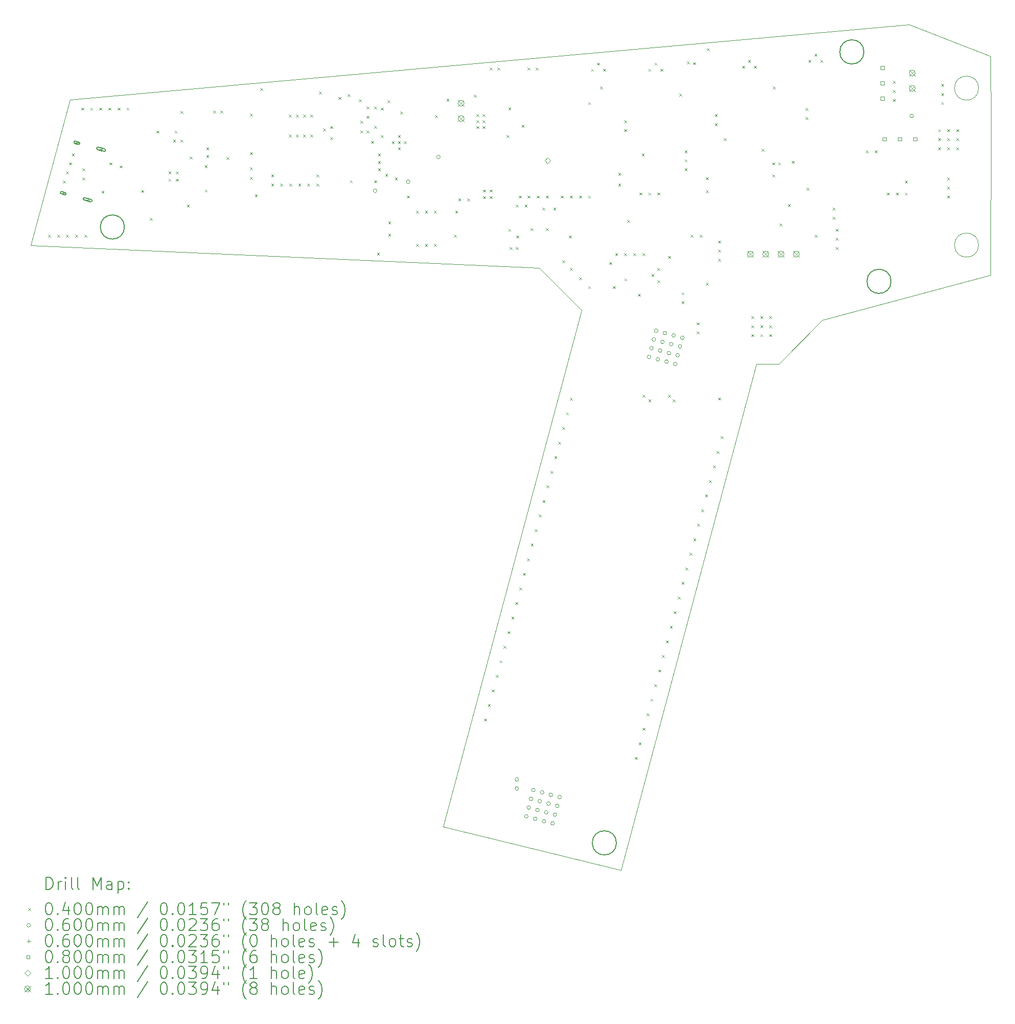
<source format=gbr>
%FSLAX45Y45*%
G04 Gerber Fmt 4.5, Leading zero omitted, Abs format (unit mm)*
G04 Created by KiCad (PCBNEW (6.0.5-0)) date 2022-11-26 13:28:32*
%MOMM*%
%LPD*%
G01*
G04 APERTURE LIST*
%TA.AperFunction,Profile*%
%ADD10C,0.100000*%
%TD*%
%TA.AperFunction,Profile*%
%ADD11C,0.150000*%
%TD*%
%ADD12C,0.200000*%
%ADD13C,0.040000*%
%ADD14C,0.060000*%
%ADD15C,0.080000*%
%ADD16C,0.100000*%
G04 APERTURE END LIST*
D10*
X15316364Y-6033893D02*
X15316364Y-6033893D01*
X13727128Y-15282209D02*
X13727130Y-15282207D01*
X22796623Y-3676479D02*
X22796623Y-3676479D01*
X16019054Y-6736585D02*
X16019054Y-6736585D01*
X21441966Y-2000700D02*
X21441966Y-2000700D01*
X13727130Y-15282207D02*
X16670464Y-16008596D01*
X15316364Y-6033893D02*
X16019054Y-6736585D01*
X22788344Y-6151169D02*
X22796623Y-3676479D01*
X6894081Y-5661748D02*
X6894081Y-5661748D01*
X22796623Y-3676479D02*
X22791454Y-2527383D01*
X7541432Y-3245798D02*
X6894081Y-5661748D01*
X22791454Y-2527383D02*
X22791454Y-2527383D01*
X16019054Y-6736585D02*
X13727128Y-15282209D01*
X18917693Y-7621819D02*
X18917693Y-7621819D01*
X18917693Y-7621819D02*
X19283165Y-7621819D01*
X20009126Y-6895858D02*
X22788344Y-6151169D01*
X7541432Y-3245798D02*
X7541432Y-3245798D01*
X16670464Y-16008596D02*
X16670464Y-16008596D01*
D11*
X21145352Y-6254648D02*
G75*
G03*
X21145352Y-6254648I-200000J0D01*
G01*
X16595352Y-15554648D02*
G75*
G03*
X16595352Y-15554648I-200000J0D01*
G01*
D10*
X22595352Y-5654648D02*
G75*
G03*
X22595352Y-5654648I-200000J0D01*
G01*
D11*
X8445352Y-5354648D02*
G75*
G03*
X8445352Y-5354648I-200000J0D01*
G01*
D10*
X22788344Y-6151169D02*
X22788344Y-6151169D01*
X20009126Y-6895858D02*
X20009126Y-6895858D01*
X19283165Y-7621819D02*
X19283165Y-7621819D01*
X16670464Y-16008596D02*
X18917693Y-7621819D01*
X19283165Y-7621819D02*
X20009126Y-6895858D01*
X6894081Y-5661748D02*
X15316364Y-6033893D01*
X13727128Y-15282209D02*
X13727128Y-15282209D01*
X22595352Y-3054648D02*
G75*
G03*
X22595352Y-3054648I-200000J0D01*
G01*
D11*
X20695352Y-2454648D02*
G75*
G03*
X20695352Y-2454648I-200000J0D01*
G01*
D10*
X21441966Y-2000700D02*
X7541432Y-3245798D01*
X22791454Y-2527383D02*
X21441966Y-2000700D01*
D12*
D13*
X7180000Y-5480000D02*
X7220000Y-5520000D01*
X7220000Y-5480000D02*
X7180000Y-5520000D01*
X7330000Y-5480000D02*
X7370000Y-5520000D01*
X7370000Y-5480000D02*
X7330000Y-5520000D01*
X7425352Y-4584648D02*
X7465352Y-4624648D01*
X7465352Y-4584648D02*
X7425352Y-4624648D01*
X7475352Y-4434648D02*
X7515352Y-4474648D01*
X7515352Y-4434648D02*
X7475352Y-4474648D01*
X7480000Y-5480000D02*
X7520000Y-5520000D01*
X7520000Y-5480000D02*
X7480000Y-5520000D01*
X7525352Y-4284648D02*
X7565352Y-4324648D01*
X7565352Y-4284648D02*
X7525352Y-4324648D01*
X7575352Y-4134648D02*
X7615352Y-4174648D01*
X7615352Y-4134648D02*
X7575352Y-4174648D01*
X7630000Y-5480000D02*
X7670000Y-5520000D01*
X7670000Y-5480000D02*
X7630000Y-5520000D01*
X7730000Y-3380000D02*
X7770000Y-3420000D01*
X7770000Y-3380000D02*
X7730000Y-3420000D01*
X7745352Y-4384648D02*
X7785352Y-4424648D01*
X7785352Y-4384648D02*
X7745352Y-4424648D01*
X7745352Y-4534648D02*
X7785352Y-4574648D01*
X7785352Y-4534648D02*
X7745352Y-4574648D01*
X7780000Y-5480000D02*
X7820000Y-5520000D01*
X7820000Y-5480000D02*
X7780000Y-5520000D01*
X7880000Y-3380000D02*
X7920000Y-3420000D01*
X7920000Y-3380000D02*
X7880000Y-3420000D01*
X8030000Y-3380000D02*
X8070000Y-3420000D01*
X8070000Y-3380000D02*
X8030000Y-3420000D01*
X8065352Y-4754648D02*
X8105352Y-4794648D01*
X8105352Y-4754648D02*
X8065352Y-4794648D01*
X8180000Y-3380000D02*
X8220000Y-3420000D01*
X8220000Y-3380000D02*
X8180000Y-3420000D01*
X8195352Y-4284648D02*
X8235352Y-4324648D01*
X8235352Y-4284648D02*
X8195352Y-4324648D01*
X8330000Y-3380000D02*
X8370000Y-3420000D01*
X8370000Y-3380000D02*
X8330000Y-3420000D01*
X8365352Y-4334648D02*
X8405352Y-4374648D01*
X8405352Y-4334648D02*
X8365352Y-4374648D01*
X8480000Y-3380000D02*
X8520000Y-3420000D01*
X8520000Y-3380000D02*
X8480000Y-3420000D01*
X8720352Y-4743097D02*
X8760352Y-4783097D01*
X8760352Y-4743097D02*
X8720352Y-4783097D01*
X8865352Y-5204648D02*
X8905352Y-5244648D01*
X8905352Y-5204648D02*
X8865352Y-5244648D01*
X8975352Y-3759648D02*
X9015352Y-3799648D01*
X9015352Y-3759648D02*
X8975352Y-3799648D01*
X9175352Y-4434648D02*
X9215352Y-4474648D01*
X9215352Y-4434648D02*
X9175352Y-4474648D01*
X9175352Y-4554648D02*
X9215352Y-4594648D01*
X9215352Y-4554648D02*
X9175352Y-4594648D01*
X9250352Y-3909648D02*
X9290352Y-3949648D01*
X9290352Y-3909648D02*
X9250352Y-3949648D01*
X9275352Y-3759648D02*
X9315352Y-3799648D01*
X9315352Y-3759648D02*
X9275352Y-3799648D01*
X9295352Y-4434648D02*
X9335352Y-4474648D01*
X9335352Y-4434648D02*
X9295352Y-4474648D01*
X9295352Y-4554648D02*
X9335352Y-4594648D01*
X9335352Y-4554648D02*
X9295352Y-4594648D01*
X9375352Y-3434648D02*
X9415352Y-3474648D01*
X9415352Y-3434648D02*
X9375352Y-3474648D01*
X9375352Y-3909648D02*
X9415352Y-3949648D01*
X9415352Y-3909648D02*
X9375352Y-3949648D01*
X9478804Y-4981196D02*
X9518804Y-5021196D01*
X9518804Y-4981196D02*
X9478804Y-5021196D01*
X9525352Y-4184648D02*
X9565352Y-4224648D01*
X9565352Y-4184648D02*
X9525352Y-4224648D01*
X9775352Y-4734648D02*
X9815352Y-4774648D01*
X9815352Y-4734648D02*
X9775352Y-4774648D01*
X9776723Y-4333277D02*
X9816723Y-4373277D01*
X9816723Y-4333277D02*
X9776723Y-4373277D01*
X9800352Y-4034648D02*
X9840352Y-4074648D01*
X9840352Y-4034648D02*
X9800352Y-4074648D01*
X9800352Y-4159648D02*
X9840352Y-4199648D01*
X9840352Y-4159648D02*
X9800352Y-4199648D01*
X9915352Y-3424648D02*
X9955352Y-3464648D01*
X9955352Y-3424648D02*
X9915352Y-3464648D01*
X10035352Y-3424648D02*
X10075352Y-3464648D01*
X10075352Y-3424648D02*
X10035352Y-3464648D01*
X10135352Y-4194648D02*
X10175352Y-4234648D01*
X10175352Y-4194648D02*
X10135352Y-4234648D01*
X10525352Y-3474648D02*
X10565352Y-3514648D01*
X10565352Y-3474648D02*
X10525352Y-3514648D01*
X10525352Y-4114648D02*
X10565352Y-4154648D01*
X10565352Y-4114648D02*
X10525352Y-4154648D01*
X10525352Y-4364648D02*
X10565352Y-4404648D01*
X10565352Y-4364648D02*
X10525352Y-4404648D01*
X10525352Y-4524648D02*
X10565352Y-4564648D01*
X10565352Y-4524648D02*
X10525352Y-4564648D01*
X10605352Y-4814648D02*
X10645352Y-4854648D01*
X10645352Y-4814648D02*
X10605352Y-4854648D01*
X10695352Y-3054648D02*
X10735352Y-3094648D01*
X10735352Y-3054648D02*
X10695352Y-3094648D01*
X10875352Y-4484648D02*
X10915352Y-4524648D01*
X10915352Y-4484648D02*
X10875352Y-4524648D01*
X10875352Y-4634648D02*
X10915352Y-4674648D01*
X10915352Y-4634648D02*
X10875352Y-4674648D01*
X11025352Y-4634648D02*
X11065352Y-4674648D01*
X11065352Y-4634648D02*
X11025352Y-4674648D01*
X11165352Y-3494648D02*
X11205352Y-3534648D01*
X11205352Y-3494648D02*
X11165352Y-3534648D01*
X11165352Y-3824648D02*
X11205352Y-3864648D01*
X11205352Y-3824648D02*
X11165352Y-3864648D01*
X11175352Y-4634648D02*
X11215352Y-4674648D01*
X11215352Y-4634648D02*
X11175352Y-4674648D01*
X11285352Y-3494648D02*
X11325352Y-3534648D01*
X11325352Y-3494648D02*
X11285352Y-3534648D01*
X11285352Y-3824648D02*
X11325352Y-3864648D01*
X11325352Y-3824648D02*
X11285352Y-3864648D01*
X11325352Y-4634648D02*
X11365352Y-4674648D01*
X11365352Y-4634648D02*
X11325352Y-4674648D01*
X11405352Y-3494648D02*
X11445352Y-3534648D01*
X11445352Y-3494648D02*
X11405352Y-3534648D01*
X11405352Y-3824648D02*
X11445352Y-3864648D01*
X11445352Y-3824648D02*
X11405352Y-3864648D01*
X11475352Y-4634648D02*
X11515352Y-4674648D01*
X11515352Y-4634648D02*
X11475352Y-4674648D01*
X11525352Y-3494648D02*
X11565352Y-3534648D01*
X11565352Y-3494648D02*
X11525352Y-3534648D01*
X11525352Y-3824648D02*
X11565352Y-3864648D01*
X11565352Y-3824648D02*
X11525352Y-3864648D01*
X11625352Y-4484648D02*
X11665352Y-4524648D01*
X11665352Y-4484648D02*
X11625352Y-4524648D01*
X11625352Y-4634648D02*
X11665352Y-4674648D01*
X11665352Y-4634648D02*
X11625352Y-4674648D01*
X11665352Y-3114648D02*
X11705352Y-3154648D01*
X11705352Y-3114648D02*
X11665352Y-3154648D01*
X11735352Y-3719617D02*
X11775352Y-3759617D01*
X11775352Y-3719617D02*
X11735352Y-3759617D01*
X11855352Y-3684648D02*
X11895352Y-3724648D01*
X11895352Y-3684648D02*
X11855352Y-3724648D01*
X11855352Y-3864648D02*
X11895352Y-3904648D01*
X11895352Y-3864648D02*
X11855352Y-3904648D01*
X11988002Y-3201019D02*
X12028002Y-3241019D01*
X12028002Y-3201019D02*
X11988002Y-3241019D01*
X12139557Y-3152207D02*
X12179557Y-3192207D01*
X12179557Y-3152207D02*
X12139557Y-3192207D01*
X12180000Y-4580000D02*
X12220000Y-4620000D01*
X12220000Y-4580000D02*
X12180000Y-4620000D01*
X12325352Y-3238706D02*
X12365352Y-3278706D01*
X12365352Y-3238706D02*
X12325352Y-3278706D01*
X12355352Y-3594648D02*
X12395352Y-3634648D01*
X12395352Y-3594648D02*
X12355352Y-3634648D01*
X12355352Y-3754648D02*
X12395352Y-3794648D01*
X12395352Y-3754648D02*
X12355352Y-3794648D01*
X12455302Y-3754648D02*
X12495302Y-3794648D01*
X12495302Y-3754648D02*
X12455302Y-3794648D01*
X12455352Y-3354648D02*
X12495352Y-3394648D01*
X12495352Y-3354648D02*
X12455352Y-3394648D01*
X12455352Y-3514648D02*
X12495352Y-3554648D01*
X12495352Y-3514648D02*
X12455352Y-3554648D01*
X12530000Y-3930000D02*
X12570000Y-3970000D01*
X12570000Y-3930000D02*
X12530000Y-3970000D01*
X12580000Y-3680000D02*
X12620000Y-3720000D01*
X12620000Y-3680000D02*
X12580000Y-3720000D01*
X12580000Y-4580000D02*
X12620000Y-4620000D01*
X12620000Y-4580000D02*
X12580000Y-4620000D01*
X12585352Y-3354648D02*
X12625352Y-3394648D01*
X12625352Y-3354648D02*
X12585352Y-3394648D01*
X12630000Y-5780000D02*
X12670000Y-5820000D01*
X12670000Y-5780000D02*
X12630000Y-5820000D01*
X12645352Y-4134648D02*
X12685352Y-4174648D01*
X12685352Y-4134648D02*
X12645352Y-4174648D01*
X12645352Y-4264648D02*
X12685352Y-4304648D01*
X12685352Y-4264648D02*
X12645352Y-4304648D01*
X12645352Y-4384648D02*
X12685352Y-4424648D01*
X12685352Y-4384648D02*
X12645352Y-4424648D01*
X12695352Y-3380000D02*
X12735352Y-3420000D01*
X12735352Y-3380000D02*
X12695352Y-3420000D01*
X12695352Y-3830000D02*
X12735352Y-3870000D01*
X12735352Y-3830000D02*
X12695352Y-3870000D01*
X12765352Y-4474648D02*
X12805352Y-4514648D01*
X12805352Y-4474648D02*
X12765352Y-4514648D01*
X12805352Y-3254648D02*
X12845352Y-3294648D01*
X12845352Y-3254648D02*
X12805352Y-3294648D01*
X12815352Y-5264648D02*
X12855352Y-5304648D01*
X12855352Y-5264648D02*
X12815352Y-5304648D01*
X12815352Y-5464648D02*
X12855352Y-5504648D01*
X12855352Y-5464648D02*
X12815352Y-5504648D01*
X12875352Y-3934648D02*
X12915352Y-3974648D01*
X12915352Y-3934648D02*
X12875352Y-3974648D01*
X12925352Y-4534648D02*
X12965352Y-4574648D01*
X12965352Y-4534648D02*
X12925352Y-4574648D01*
X12975352Y-3834648D02*
X13015352Y-3874648D01*
X13015352Y-3834648D02*
X12975352Y-3874648D01*
X12975352Y-3934648D02*
X13015352Y-3974648D01*
X13015352Y-3934648D02*
X12975352Y-3974648D01*
X12975352Y-4034648D02*
X13015352Y-4074648D01*
X13015352Y-4034648D02*
X12975352Y-4074648D01*
X13015352Y-3444648D02*
X13055352Y-3484648D01*
X13055352Y-3444648D02*
X13015352Y-3484648D01*
X13075352Y-3934648D02*
X13115352Y-3974648D01*
X13115352Y-3934648D02*
X13075352Y-3974648D01*
X13125352Y-4834648D02*
X13165352Y-4874648D01*
X13165352Y-4834648D02*
X13125352Y-4874648D01*
X13275352Y-5084648D02*
X13315352Y-5124648D01*
X13315352Y-5084648D02*
X13275352Y-5124648D01*
X13275352Y-5634648D02*
X13315352Y-5674648D01*
X13315352Y-5634648D02*
X13275352Y-5674648D01*
X13425352Y-5084648D02*
X13465352Y-5124648D01*
X13465352Y-5084648D02*
X13425352Y-5124648D01*
X13425352Y-5634648D02*
X13465352Y-5674648D01*
X13465352Y-5634648D02*
X13425352Y-5674648D01*
X13575352Y-5084648D02*
X13615352Y-5124648D01*
X13615352Y-5084648D02*
X13575352Y-5124648D01*
X13575352Y-5634648D02*
X13615352Y-5674648D01*
X13615352Y-5634648D02*
X13575352Y-5674648D01*
X13590352Y-3499648D02*
X13630352Y-3539648D01*
X13630352Y-3499648D02*
X13590352Y-3539648D01*
X13780000Y-3230000D02*
X13820000Y-3270000D01*
X13820000Y-3230000D02*
X13780000Y-3270000D01*
X13900352Y-5484648D02*
X13940352Y-5524648D01*
X13940352Y-5484648D02*
X13900352Y-5524648D01*
X13925352Y-5084648D02*
X13965352Y-5124648D01*
X13965352Y-5084648D02*
X13925352Y-5124648D01*
X13975352Y-4884648D02*
X14015352Y-4924648D01*
X14015352Y-4884648D02*
X13975352Y-4924648D01*
X14125352Y-4884648D02*
X14165352Y-4924648D01*
X14165352Y-4884648D02*
X14125352Y-4924648D01*
X14235352Y-3164648D02*
X14275352Y-3204648D01*
X14275352Y-3164648D02*
X14235352Y-3204648D01*
X14275352Y-3484648D02*
X14315352Y-3524648D01*
X14315352Y-3484648D02*
X14275352Y-3524648D01*
X14275352Y-3584648D02*
X14315352Y-3624648D01*
X14315352Y-3584648D02*
X14275352Y-3624648D01*
X14275352Y-3684648D02*
X14315352Y-3724648D01*
X14315352Y-3684648D02*
X14275352Y-3724648D01*
X14375352Y-3484648D02*
X14415352Y-3524648D01*
X14415352Y-3484648D02*
X14375352Y-3524648D01*
X14375352Y-3584648D02*
X14415352Y-3624648D01*
X14415352Y-3584648D02*
X14375352Y-3624648D01*
X14375352Y-3684648D02*
X14415352Y-3724648D01*
X14415352Y-3684648D02*
X14375352Y-3724648D01*
X14385352Y-4734648D02*
X14425352Y-4774648D01*
X14425352Y-4734648D02*
X14385352Y-4774648D01*
X14385352Y-4844648D02*
X14425352Y-4884648D01*
X14425352Y-4844648D02*
X14385352Y-4884648D01*
X14401847Y-13497240D02*
X14441847Y-13537240D01*
X14441847Y-13497240D02*
X14401847Y-13537240D01*
X14466552Y-13255758D02*
X14506552Y-13295758D01*
X14506552Y-13255758D02*
X14466552Y-13295758D01*
X14495352Y-2714648D02*
X14535352Y-2754648D01*
X14535352Y-2714648D02*
X14495352Y-2754648D01*
X14495352Y-4734648D02*
X14535352Y-4774648D01*
X14535352Y-4734648D02*
X14495352Y-4774648D01*
X14495352Y-4844648D02*
X14535352Y-4884648D01*
X14535352Y-4844648D02*
X14495352Y-4884648D01*
X14531257Y-13014277D02*
X14571257Y-13054277D01*
X14571257Y-13014277D02*
X14531257Y-13054277D01*
X14595961Y-12772796D02*
X14635961Y-12812796D01*
X14635961Y-12772796D02*
X14595961Y-12812796D01*
X14625352Y-2714648D02*
X14665352Y-2754648D01*
X14665352Y-2714648D02*
X14625352Y-2754648D01*
X14660666Y-12531314D02*
X14700666Y-12571314D01*
X14700666Y-12531314D02*
X14660666Y-12571314D01*
X14725371Y-12289833D02*
X14765371Y-12329833D01*
X14765371Y-12289833D02*
X14725371Y-12329833D01*
X14775352Y-3834648D02*
X14815352Y-3874648D01*
X14815352Y-3834648D02*
X14775352Y-3874648D01*
X14790076Y-12048351D02*
X14830076Y-12088351D01*
X14830076Y-12048351D02*
X14790076Y-12088351D01*
X14805352Y-3374648D02*
X14845352Y-3414648D01*
X14845352Y-3374648D02*
X14805352Y-3414648D01*
X14805352Y-5384648D02*
X14845352Y-5424648D01*
X14845352Y-5384648D02*
X14805352Y-5424648D01*
X14825352Y-5684648D02*
X14865352Y-5724648D01*
X14865352Y-5684648D02*
X14825352Y-5724648D01*
X14854781Y-11806870D02*
X14894781Y-11846870D01*
X14894781Y-11806870D02*
X14854781Y-11846870D01*
X14919485Y-11565388D02*
X14959485Y-11605388D01*
X14959485Y-11565388D02*
X14919485Y-11605388D01*
X14925352Y-4984648D02*
X14965352Y-5024648D01*
X14965352Y-4984648D02*
X14925352Y-5024648D01*
X14925352Y-5684648D02*
X14965352Y-5724648D01*
X14965352Y-5684648D02*
X14925352Y-5724648D01*
X14935352Y-5494648D02*
X14975352Y-5534648D01*
X14975352Y-5494648D02*
X14935352Y-5534648D01*
X14975352Y-4834648D02*
X15015352Y-4874648D01*
X15015352Y-4834648D02*
X14975352Y-4874648D01*
X14984190Y-11323907D02*
X15024190Y-11363907D01*
X15024190Y-11323907D02*
X14984190Y-11363907D01*
X15025352Y-3659648D02*
X15065352Y-3699648D01*
X15065352Y-3659648D02*
X15025352Y-3699648D01*
X15048895Y-11082426D02*
X15088895Y-11122426D01*
X15088895Y-11082426D02*
X15048895Y-11122426D01*
X15075352Y-4984648D02*
X15115352Y-5024648D01*
X15115352Y-4984648D02*
X15075352Y-5024648D01*
X15113600Y-10840944D02*
X15153600Y-10880944D01*
X15153600Y-10840944D02*
X15113600Y-10880944D01*
X15125352Y-2714648D02*
X15165352Y-2754648D01*
X15165352Y-2714648D02*
X15125352Y-2754648D01*
X15125352Y-4834648D02*
X15165352Y-4874648D01*
X15165352Y-4834648D02*
X15125352Y-4874648D01*
X15175352Y-5374648D02*
X15215352Y-5414648D01*
X15215352Y-5374648D02*
X15175352Y-5414648D01*
X15178304Y-10599463D02*
X15218304Y-10639463D01*
X15218304Y-10599463D02*
X15178304Y-10639463D01*
X15243009Y-10357981D02*
X15283009Y-10397981D01*
X15283009Y-10357981D02*
X15243009Y-10397981D01*
X15255352Y-2714648D02*
X15295352Y-2754648D01*
X15295352Y-2714648D02*
X15255352Y-2754648D01*
X15275352Y-4834648D02*
X15315352Y-4874648D01*
X15315352Y-4834648D02*
X15275352Y-4874648D01*
X15307714Y-10116500D02*
X15347714Y-10156500D01*
X15347714Y-10116500D02*
X15307714Y-10156500D01*
X15365352Y-5034648D02*
X15405352Y-5074648D01*
X15405352Y-5034648D02*
X15365352Y-5074648D01*
X15372419Y-9875018D02*
X15412419Y-9915018D01*
X15412419Y-9875018D02*
X15372419Y-9915018D01*
X15425352Y-4834648D02*
X15465352Y-4874648D01*
X15465352Y-4834648D02*
X15425352Y-4874648D01*
X15425352Y-5374648D02*
X15465352Y-5414648D01*
X15465352Y-5374648D02*
X15425352Y-5414648D01*
X15437123Y-9633537D02*
X15477123Y-9673537D01*
X15477123Y-9633537D02*
X15437123Y-9673537D01*
X15501828Y-9392055D02*
X15541828Y-9432055D01*
X15541828Y-9392055D02*
X15501828Y-9432055D01*
X15550352Y-5034648D02*
X15590352Y-5074648D01*
X15590352Y-5034648D02*
X15550352Y-5074648D01*
X15566533Y-9150574D02*
X15606533Y-9190574D01*
X15606533Y-9150574D02*
X15566533Y-9190574D01*
X15631238Y-8909092D02*
X15671238Y-8949092D01*
X15671238Y-8909092D02*
X15631238Y-8949092D01*
X15675352Y-4834648D02*
X15715352Y-4874648D01*
X15715352Y-4834648D02*
X15675352Y-4874648D01*
X15695352Y-5904648D02*
X15735352Y-5944648D01*
X15735352Y-5904648D02*
X15695352Y-5944648D01*
X15695942Y-8667611D02*
X15735942Y-8707611D01*
X15735942Y-8667611D02*
X15695942Y-8707611D01*
X15760647Y-8426130D02*
X15800647Y-8466130D01*
X15800647Y-8426130D02*
X15760647Y-8466130D01*
X15805352Y-5494648D02*
X15845352Y-5534648D01*
X15845352Y-5494648D02*
X15805352Y-5534648D01*
X15825352Y-4834648D02*
X15865352Y-4874648D01*
X15865352Y-4834648D02*
X15825352Y-4874648D01*
X15825352Y-6034648D02*
X15865352Y-6074648D01*
X15865352Y-6034648D02*
X15825352Y-6074648D01*
X15825352Y-8184648D02*
X15865352Y-8224648D01*
X15865352Y-8184648D02*
X15825352Y-8224648D01*
X15975352Y-4834648D02*
X16015352Y-4874648D01*
X16015352Y-4834648D02*
X15975352Y-4874648D01*
X15975352Y-6184648D02*
X16015352Y-6224648D01*
X16015352Y-6184648D02*
X15975352Y-6224648D01*
X16125352Y-3284648D02*
X16165352Y-3324648D01*
X16165352Y-3284648D02*
X16125352Y-3324648D01*
X16125352Y-4834648D02*
X16165352Y-4874648D01*
X16165352Y-4834648D02*
X16125352Y-4874648D01*
X16125352Y-6334648D02*
X16165352Y-6374648D01*
X16165352Y-6334648D02*
X16125352Y-6374648D01*
X16175352Y-2734648D02*
X16215352Y-2774648D01*
X16215352Y-2734648D02*
X16175352Y-2774648D01*
X16275352Y-2634648D02*
X16315352Y-2674648D01*
X16315352Y-2634648D02*
X16275352Y-2674648D01*
X16325352Y-3028002D02*
X16365352Y-3068002D01*
X16365352Y-3028002D02*
X16325352Y-3068002D01*
X16375352Y-2734648D02*
X16415352Y-2774648D01*
X16415352Y-2734648D02*
X16375352Y-2774648D01*
X16475352Y-5934648D02*
X16515352Y-5974648D01*
X16515352Y-5934648D02*
X16475352Y-5974648D01*
X16535352Y-6334648D02*
X16575352Y-6374648D01*
X16575352Y-6334648D02*
X16535352Y-6374648D01*
X16575352Y-5784648D02*
X16615352Y-5824648D01*
X16615352Y-5784648D02*
X16575352Y-5824648D01*
X16625352Y-4459648D02*
X16665352Y-4499648D01*
X16665352Y-4459648D02*
X16625352Y-4499648D01*
X16625352Y-4634648D02*
X16665352Y-4674648D01*
X16665352Y-4634648D02*
X16625352Y-4674648D01*
X16725352Y-3584648D02*
X16765352Y-3624648D01*
X16765352Y-3584648D02*
X16725352Y-3624648D01*
X16725352Y-3734648D02*
X16765352Y-3774648D01*
X16765352Y-3734648D02*
X16725352Y-3774648D01*
X16725352Y-5784648D02*
X16765352Y-5824648D01*
X16765352Y-5784648D02*
X16725352Y-5824648D01*
X16727693Y-6207524D02*
X16767693Y-6247524D01*
X16767693Y-6207524D02*
X16727693Y-6247524D01*
X16775352Y-5234648D02*
X16815352Y-5274648D01*
X16815352Y-5234648D02*
X16775352Y-5274648D01*
X16875352Y-5784648D02*
X16915352Y-5824648D01*
X16915352Y-5784648D02*
X16875352Y-5824648D01*
X16898895Y-14132425D02*
X16938895Y-14172425D01*
X16938895Y-14132425D02*
X16898895Y-14172425D01*
X16950352Y-6459648D02*
X16990352Y-6499648D01*
X16990352Y-6459648D02*
X16950352Y-6499648D01*
X16963600Y-13890944D02*
X17003600Y-13930944D01*
X17003600Y-13890944D02*
X16963600Y-13930944D01*
X16975352Y-4784648D02*
X17015352Y-4824648D01*
X17015352Y-4784648D02*
X16975352Y-4824648D01*
X17015352Y-4134648D02*
X17055352Y-4174648D01*
X17055352Y-4134648D02*
X17015352Y-4174648D01*
X17025352Y-5784648D02*
X17065352Y-5824648D01*
X17065352Y-5784648D02*
X17025352Y-5824648D01*
X17025352Y-8134648D02*
X17065352Y-8174648D01*
X17065352Y-8134648D02*
X17025352Y-8174648D01*
X17028304Y-13649463D02*
X17068304Y-13689463D01*
X17068304Y-13649463D02*
X17028304Y-13689463D01*
X17093009Y-13407981D02*
X17133009Y-13447981D01*
X17133009Y-13407981D02*
X17093009Y-13447981D01*
X17125352Y-2734648D02*
X17165352Y-2774648D01*
X17165352Y-2734648D02*
X17125352Y-2774648D01*
X17125352Y-4784648D02*
X17165352Y-4824648D01*
X17165352Y-4784648D02*
X17125352Y-4824648D01*
X17125352Y-8209648D02*
X17165352Y-8249648D01*
X17165352Y-8209648D02*
X17125352Y-8249648D01*
X17157714Y-13166500D02*
X17197714Y-13206500D01*
X17197714Y-13166500D02*
X17157714Y-13206500D01*
X17175352Y-6134648D02*
X17215352Y-6174648D01*
X17215352Y-6134648D02*
X17175352Y-6174648D01*
X17222419Y-12925018D02*
X17262419Y-12965018D01*
X17262419Y-12925018D02*
X17222419Y-12965018D01*
X17225352Y-2634648D02*
X17265352Y-2674648D01*
X17265352Y-2634648D02*
X17225352Y-2674648D01*
X17275352Y-4784648D02*
X17315352Y-4824648D01*
X17315352Y-4784648D02*
X17275352Y-4824648D01*
X17275352Y-6034648D02*
X17315352Y-6074648D01*
X17315352Y-6034648D02*
X17275352Y-6074648D01*
X17275352Y-6234648D02*
X17315352Y-6274648D01*
X17315352Y-6234648D02*
X17275352Y-6274648D01*
X17287124Y-12683537D02*
X17327124Y-12723537D01*
X17327124Y-12683537D02*
X17287124Y-12723537D01*
X17325352Y-2734648D02*
X17365352Y-2774648D01*
X17365352Y-2734648D02*
X17325352Y-2774648D01*
X17351828Y-12442055D02*
X17391828Y-12482055D01*
X17391828Y-12442055D02*
X17351828Y-12482055D01*
X17416533Y-12200574D02*
X17456533Y-12240574D01*
X17456533Y-12200574D02*
X17416533Y-12240574D01*
X17450352Y-5834648D02*
X17490352Y-5874648D01*
X17490352Y-5834648D02*
X17450352Y-5874648D01*
X17450352Y-8134648D02*
X17490352Y-8174648D01*
X17490352Y-8134648D02*
X17450352Y-8174648D01*
X17481238Y-11959092D02*
X17521238Y-11999092D01*
X17521238Y-11959092D02*
X17481238Y-11999092D01*
X17525352Y-8209648D02*
X17565352Y-8249648D01*
X17565352Y-8209648D02*
X17525352Y-8249648D01*
X17545943Y-11717611D02*
X17585943Y-11757611D01*
X17585943Y-11717611D02*
X17545943Y-11757611D01*
X17610647Y-11476129D02*
X17650647Y-11516129D01*
X17650647Y-11476129D02*
X17610647Y-11516129D01*
X17635352Y-3144648D02*
X17675352Y-3184648D01*
X17675352Y-3144648D02*
X17635352Y-3184648D01*
X17675352Y-6434648D02*
X17715352Y-6474648D01*
X17715352Y-6434648D02*
X17675352Y-6474648D01*
X17675352Y-6584648D02*
X17715352Y-6624648D01*
X17715352Y-6584648D02*
X17675352Y-6624648D01*
X17675352Y-11234648D02*
X17715352Y-11274648D01*
X17715352Y-11234648D02*
X17675352Y-11274648D01*
X17725352Y-4084648D02*
X17765352Y-4124648D01*
X17765352Y-4084648D02*
X17725352Y-4124648D01*
X17725352Y-4234648D02*
X17765352Y-4274648D01*
X17765352Y-4234648D02*
X17725352Y-4274648D01*
X17725352Y-4384648D02*
X17765352Y-4424648D01*
X17765352Y-4384648D02*
X17725352Y-4424648D01*
X17740057Y-10993167D02*
X17780057Y-11033167D01*
X17780057Y-10993167D02*
X17740057Y-11033167D01*
X17765352Y-2614648D02*
X17805352Y-2654648D01*
X17805352Y-2614648D02*
X17765352Y-2654648D01*
X17804762Y-10751685D02*
X17844762Y-10791685D01*
X17844762Y-10751685D02*
X17804762Y-10791685D01*
X17825352Y-5484648D02*
X17865352Y-5524648D01*
X17865352Y-5484648D02*
X17825352Y-5524648D01*
X17865352Y-2624648D02*
X17905352Y-2664648D01*
X17905352Y-2624648D02*
X17865352Y-2664648D01*
X17869466Y-10510204D02*
X17909466Y-10550204D01*
X17909466Y-10510204D02*
X17869466Y-10550204D01*
X17925352Y-6934648D02*
X17965352Y-6974648D01*
X17965352Y-6934648D02*
X17925352Y-6974648D01*
X17925352Y-7084648D02*
X17965352Y-7124648D01*
X17965352Y-7084648D02*
X17925352Y-7124648D01*
X17934171Y-10268722D02*
X17974171Y-10308722D01*
X17974171Y-10268722D02*
X17934171Y-10308722D01*
X17975352Y-5484648D02*
X18015352Y-5524648D01*
X18015352Y-5484648D02*
X17975352Y-5524648D01*
X17998876Y-10027241D02*
X18038876Y-10067241D01*
X18038876Y-10027241D02*
X17998876Y-10067241D01*
X18063581Y-9785759D02*
X18103581Y-9825759D01*
X18103581Y-9785759D02*
X18063581Y-9825759D01*
X18080000Y-4530000D02*
X18120000Y-4570000D01*
X18120000Y-4530000D02*
X18080000Y-4570000D01*
X18080000Y-4747098D02*
X18120000Y-4787098D01*
X18120000Y-4747098D02*
X18080000Y-4787098D01*
X18080000Y-6280000D02*
X18120000Y-6320000D01*
X18120000Y-6280000D02*
X18080000Y-6320000D01*
X18095352Y-2394648D02*
X18135352Y-2434648D01*
X18135352Y-2394648D02*
X18095352Y-2434648D01*
X18128285Y-9544278D02*
X18168285Y-9584278D01*
X18168285Y-9544278D02*
X18128285Y-9584278D01*
X18192990Y-9302796D02*
X18232990Y-9342796D01*
X18232990Y-9302796D02*
X18192990Y-9342796D01*
X18225352Y-3484648D02*
X18265352Y-3524648D01*
X18265352Y-3484648D02*
X18225352Y-3524648D01*
X18225352Y-3634648D02*
X18265352Y-3674648D01*
X18265352Y-3634648D02*
X18225352Y-3674648D01*
X18257695Y-9061315D02*
X18297695Y-9101315D01*
X18297695Y-9061315D02*
X18257695Y-9101315D01*
X18280000Y-5580000D02*
X18320000Y-5620000D01*
X18320000Y-5580000D02*
X18280000Y-5620000D01*
X18280000Y-5730000D02*
X18320000Y-5770000D01*
X18320000Y-5730000D02*
X18280000Y-5770000D01*
X18280000Y-5880000D02*
X18320000Y-5920000D01*
X18320000Y-5880000D02*
X18280000Y-5920000D01*
X18280000Y-8180000D02*
X18320000Y-8220000D01*
X18320000Y-8180000D02*
X18280000Y-8220000D01*
X18322400Y-8819834D02*
X18362400Y-8859834D01*
X18362400Y-8819834D02*
X18322400Y-8859834D01*
X18375352Y-3884648D02*
X18415352Y-3924648D01*
X18415352Y-3884648D02*
X18375352Y-3924648D01*
X18675352Y-2684648D02*
X18715352Y-2724648D01*
X18715352Y-2684648D02*
X18675352Y-2724648D01*
X18775352Y-2584648D02*
X18815352Y-2624648D01*
X18815352Y-2584648D02*
X18775352Y-2624648D01*
X18830000Y-6830000D02*
X18870000Y-6870000D01*
X18870000Y-6830000D02*
X18830000Y-6870000D01*
X18830000Y-6980000D02*
X18870000Y-7020000D01*
X18870000Y-6980000D02*
X18830000Y-7020000D01*
X18830000Y-7130000D02*
X18870000Y-7170000D01*
X18870000Y-7130000D02*
X18830000Y-7170000D01*
X18875352Y-2684648D02*
X18915352Y-2724648D01*
X18915352Y-2684648D02*
X18875352Y-2724648D01*
X18980000Y-6830000D02*
X19020000Y-6870000D01*
X19020000Y-6830000D02*
X18980000Y-6870000D01*
X18980000Y-6980000D02*
X19020000Y-7020000D01*
X19020000Y-6980000D02*
X18980000Y-7020000D01*
X18980000Y-7130000D02*
X19020000Y-7170000D01*
X19020000Y-7130000D02*
X18980000Y-7170000D01*
X19000381Y-4059619D02*
X19040381Y-4099619D01*
X19040381Y-4059619D02*
X19000381Y-4099619D01*
X19130000Y-6830000D02*
X19170000Y-6870000D01*
X19170000Y-6830000D02*
X19130000Y-6870000D01*
X19130000Y-6980000D02*
X19170000Y-7020000D01*
X19170000Y-6980000D02*
X19130000Y-7020000D01*
X19130000Y-7130000D02*
X19170000Y-7170000D01*
X19170000Y-7130000D02*
X19130000Y-7170000D01*
X19175352Y-4284648D02*
X19215352Y-4324648D01*
X19215352Y-4284648D02*
X19175352Y-4324648D01*
X19175352Y-4484648D02*
X19215352Y-4524648D01*
X19215352Y-4484648D02*
X19175352Y-4524648D01*
X19185352Y-3024648D02*
X19225352Y-3064648D01*
X19225352Y-3024648D02*
X19185352Y-3064648D01*
X19275352Y-4284648D02*
X19315352Y-4324648D01*
X19315352Y-4284648D02*
X19275352Y-4324648D01*
X19295352Y-5294648D02*
X19335352Y-5334648D01*
X19335352Y-5294648D02*
X19295352Y-5334648D01*
X19435352Y-4974648D02*
X19475352Y-5014648D01*
X19475352Y-4974648D02*
X19435352Y-5014648D01*
X19500352Y-4259648D02*
X19540352Y-4299648D01*
X19540352Y-4259648D02*
X19500352Y-4299648D01*
X19725352Y-3384648D02*
X19765352Y-3424648D01*
X19765352Y-3384648D02*
X19725352Y-3424648D01*
X19725352Y-3534648D02*
X19765352Y-3574648D01*
X19765352Y-3534648D02*
X19725352Y-3574648D01*
X19745352Y-4704648D02*
X19785352Y-4744648D01*
X19785352Y-4704648D02*
X19745352Y-4744648D01*
X19775352Y-2584648D02*
X19815352Y-2624648D01*
X19815352Y-2584648D02*
X19775352Y-2624648D01*
X19875352Y-2484648D02*
X19915352Y-2524648D01*
X19915352Y-2484648D02*
X19875352Y-2524648D01*
X19880352Y-5484648D02*
X19920352Y-5524648D01*
X19920352Y-5484648D02*
X19880352Y-5524648D01*
X19975352Y-2584648D02*
X20015352Y-2624648D01*
X20015352Y-2584648D02*
X19975352Y-2624648D01*
X20175352Y-5034648D02*
X20215352Y-5074648D01*
X20215352Y-5034648D02*
X20175352Y-5074648D01*
X20175352Y-5184648D02*
X20215352Y-5224648D01*
X20215352Y-5184648D02*
X20175352Y-5224648D01*
X20225352Y-5384648D02*
X20265352Y-5424648D01*
X20265352Y-5384648D02*
X20225352Y-5424648D01*
X20225352Y-5534648D02*
X20265352Y-5574648D01*
X20265352Y-5534648D02*
X20225352Y-5574648D01*
X20225352Y-5684648D02*
X20265352Y-5724648D01*
X20265352Y-5684648D02*
X20225352Y-5724648D01*
X20725352Y-4084648D02*
X20765352Y-4124648D01*
X20765352Y-4084648D02*
X20725352Y-4124648D01*
X20875352Y-4084648D02*
X20915352Y-4124648D01*
X20915352Y-4084648D02*
X20875352Y-4124648D01*
X21075352Y-4784648D02*
X21115352Y-4824648D01*
X21115352Y-4784648D02*
X21075352Y-4824648D01*
X21175352Y-2934648D02*
X21215352Y-2974648D01*
X21215352Y-2934648D02*
X21175352Y-2974648D01*
X21175352Y-3084648D02*
X21215352Y-3124648D01*
X21215352Y-3084648D02*
X21175352Y-3124648D01*
X21175352Y-3234648D02*
X21215352Y-3274648D01*
X21215352Y-3234648D02*
X21175352Y-3274648D01*
X21225352Y-4784648D02*
X21265352Y-4824648D01*
X21265352Y-4784648D02*
X21225352Y-4824648D01*
X21375352Y-4584648D02*
X21415352Y-4624648D01*
X21415352Y-4584648D02*
X21375352Y-4624648D01*
X21375352Y-4784648D02*
X21415352Y-4824648D01*
X21415352Y-4784648D02*
X21375352Y-4824648D01*
X21925352Y-3734648D02*
X21965352Y-3774648D01*
X21965352Y-3734648D02*
X21925352Y-3774648D01*
X21925352Y-3884648D02*
X21965352Y-3924648D01*
X21965352Y-3884648D02*
X21925352Y-3924648D01*
X21925352Y-4034648D02*
X21965352Y-4074648D01*
X21965352Y-4034648D02*
X21925352Y-4074648D01*
X21975352Y-2984648D02*
X22015352Y-3024648D01*
X22015352Y-2984648D02*
X21975352Y-3024648D01*
X21975352Y-3134648D02*
X22015352Y-3174648D01*
X22015352Y-3134648D02*
X21975352Y-3174648D01*
X21975352Y-3284648D02*
X22015352Y-3324648D01*
X22015352Y-3284648D02*
X21975352Y-3324648D01*
X22075352Y-3734648D02*
X22115352Y-3774648D01*
X22115352Y-3734648D02*
X22075352Y-3774648D01*
X22075352Y-3884648D02*
X22115352Y-3924648D01*
X22115352Y-3884648D02*
X22075352Y-3924648D01*
X22075352Y-4034648D02*
X22115352Y-4074648D01*
X22115352Y-4034648D02*
X22075352Y-4074648D01*
X22075352Y-4534648D02*
X22115352Y-4574648D01*
X22115352Y-4534648D02*
X22075352Y-4574648D01*
X22075352Y-4684648D02*
X22115352Y-4724648D01*
X22115352Y-4684648D02*
X22075352Y-4724648D01*
X22075352Y-4834648D02*
X22115352Y-4874648D01*
X22115352Y-4834648D02*
X22075352Y-4874648D01*
X22225352Y-3734648D02*
X22265352Y-3774648D01*
X22265352Y-3734648D02*
X22225352Y-3774648D01*
X22225352Y-3884648D02*
X22265352Y-3924648D01*
X22265352Y-3884648D02*
X22225352Y-3924648D01*
X22225352Y-4034648D02*
X22265352Y-4074648D01*
X22265352Y-4034648D02*
X22225352Y-4074648D01*
D14*
X12625352Y-4754648D02*
G75*
G03*
X12625352Y-4754648I-30000J0D01*
G01*
X13175352Y-4604648D02*
G75*
G03*
X13175352Y-4604648I-30000J0D01*
G01*
X13675352Y-4194648D02*
G75*
G03*
X13675352Y-4194648I-30000J0D01*
G01*
X14975352Y-14504648D02*
G75*
G03*
X14975352Y-14504648I-30000J0D01*
G01*
X14975352Y-14654648D02*
G75*
G03*
X14975352Y-14654648I-30000J0D01*
G01*
X15132881Y-15115085D02*
G75*
G03*
X15132881Y-15115085I-30000J0D01*
G01*
X15171703Y-14970197D02*
G75*
G03*
X15171703Y-14970197I-30000J0D01*
G01*
X15210526Y-14825308D02*
G75*
G03*
X15210526Y-14825308I-30000J0D01*
G01*
X15249349Y-14680419D02*
G75*
G03*
X15249349Y-14680419I-30000J0D01*
G01*
X15277770Y-15153908D02*
G75*
G03*
X15277770Y-15153908I-30000J0D01*
G01*
X15316592Y-15009019D02*
G75*
G03*
X15316592Y-15009019I-30000J0D01*
G01*
X15355415Y-14864131D02*
G75*
G03*
X15355415Y-14864131I-30000J0D01*
G01*
X15394238Y-14719242D02*
G75*
G03*
X15394238Y-14719242I-30000J0D01*
G01*
X15425240Y-15196497D02*
G75*
G03*
X15425240Y-15196497I-30000J0D01*
G01*
X15461481Y-15047842D02*
G75*
G03*
X15461481Y-15047842I-30000J0D01*
G01*
X15500304Y-14902953D02*
G75*
G03*
X15500304Y-14902953I-30000J0D01*
G01*
X15539127Y-14758065D02*
G75*
G03*
X15539127Y-14758065I-30000J0D01*
G01*
X15567547Y-15231554D02*
G75*
G03*
X15567547Y-15231554I-30000J0D01*
G01*
X15606370Y-15086665D02*
G75*
G03*
X15606370Y-15086665I-30000J0D01*
G01*
X15645193Y-14941776D02*
G75*
G03*
X15645193Y-14941776I-30000J0D01*
G01*
X15684016Y-14796887D02*
G75*
G03*
X15684016Y-14796887I-30000J0D01*
G01*
X17166089Y-7506854D02*
G75*
G03*
X17166089Y-7506854I-30000J0D01*
G01*
X17204911Y-7361965D02*
G75*
G03*
X17204911Y-7361965I-30000J0D01*
G01*
X17243734Y-7217076D02*
G75*
G03*
X17243734Y-7217076I-30000J0D01*
G01*
X17282557Y-7072188D02*
G75*
G03*
X17282557Y-7072188I-30000J0D01*
G01*
X17310977Y-7545677D02*
G75*
G03*
X17310977Y-7545677I-30000J0D01*
G01*
X17349800Y-7400788D02*
G75*
G03*
X17349800Y-7400788I-30000J0D01*
G01*
X17388623Y-7255899D02*
G75*
G03*
X17388623Y-7255899I-30000J0D01*
G01*
X17427446Y-7111010D02*
G75*
G03*
X17427446Y-7111010I-30000J0D01*
G01*
X17455866Y-7584500D02*
G75*
G03*
X17455866Y-7584500I-30000J0D01*
G01*
X17495753Y-7442831D02*
G75*
G03*
X17495753Y-7442831I-30000J0D01*
G01*
X17533512Y-7294722D02*
G75*
G03*
X17533512Y-7294722I-30000J0D01*
G01*
X17572335Y-7149833D02*
G75*
G03*
X17572335Y-7149833I-30000J0D01*
G01*
X17600755Y-7623323D02*
G75*
G03*
X17600755Y-7623323I-30000J0D01*
G01*
X17639578Y-7478434D02*
G75*
G03*
X17639578Y-7478434I-30000J0D01*
G01*
X17678401Y-7333545D02*
G75*
G03*
X17678401Y-7333545I-30000J0D01*
G01*
X17717224Y-7188656D02*
G75*
G03*
X17717224Y-7188656I-30000J0D01*
G01*
X21515352Y-3514648D02*
G75*
G03*
X21515352Y-3514648I-30000J0D01*
G01*
X7432120Y-4764752D02*
X7432120Y-4824752D01*
X7402120Y-4794752D02*
X7462120Y-4794752D01*
D12*
X7466274Y-4783198D02*
X7408319Y-4767669D01*
X7455921Y-4821835D02*
X7397966Y-4806306D01*
X7408319Y-4767669D02*
G75*
G03*
X7397966Y-4806306I-5176J-19319D01*
G01*
X7455921Y-4821835D02*
G75*
G03*
X7466274Y-4783198I5176J19319D01*
G01*
D14*
X7655740Y-3930192D02*
X7655740Y-3990192D01*
X7625740Y-3960192D02*
X7685740Y-3960192D01*
D12*
X7689894Y-3948638D02*
X7631938Y-3933109D01*
X7679541Y-3987275D02*
X7621585Y-3971746D01*
X7631938Y-3933109D02*
G75*
G03*
X7621585Y-3971746I-5176J-19319D01*
G01*
X7679541Y-3987275D02*
G75*
G03*
X7689894Y-3948638I5176J19319D01*
G01*
D14*
X7835877Y-4872938D02*
X7835877Y-4932938D01*
X7805877Y-4902938D02*
X7865877Y-4902938D01*
D12*
X7894179Y-4897855D02*
X7787927Y-4869385D01*
X7883826Y-4936492D02*
X7777575Y-4908022D01*
X7787927Y-4869385D02*
G75*
G03*
X7777575Y-4908022I-5176J-19319D01*
G01*
X7883826Y-4936492D02*
G75*
G03*
X7894179Y-4897855I5176J19319D01*
G01*
D14*
X8059497Y-4038378D02*
X8059497Y-4098378D01*
X8029497Y-4068378D02*
X8089497Y-4068378D01*
D12*
X8117799Y-4063295D02*
X8011547Y-4034825D01*
X8107446Y-4101932D02*
X8001194Y-4073462D01*
X8011547Y-4034825D02*
G75*
G03*
X8001194Y-4073462I-5176J-19319D01*
G01*
X8107446Y-4101932D02*
G75*
G03*
X8117799Y-4063295I5176J19319D01*
G01*
D15*
X21031137Y-2744933D02*
X21031137Y-2688364D01*
X20974568Y-2688364D01*
X20974568Y-2744933D01*
X21031137Y-2744933D01*
X21031137Y-2998932D02*
X21031137Y-2942363D01*
X20974568Y-2942363D01*
X20974568Y-2998932D01*
X21031137Y-2998932D01*
X21031137Y-3252932D02*
X21031137Y-3196363D01*
X20974568Y-3196363D01*
X20974568Y-3252932D01*
X21031137Y-3252932D01*
X21064637Y-3927932D02*
X21064637Y-3871363D01*
X21008068Y-3871363D01*
X21008068Y-3927932D01*
X21064637Y-3927932D01*
X21318637Y-3927932D02*
X21318637Y-3871363D01*
X21262068Y-3871363D01*
X21262068Y-3927932D01*
X21318637Y-3927932D01*
X21572637Y-3927932D02*
X21572637Y-3871363D01*
X21516068Y-3871363D01*
X21516068Y-3927932D01*
X21572637Y-3927932D01*
D16*
X15455352Y-4304648D02*
X15505352Y-4254648D01*
X15455352Y-4204648D01*
X15405352Y-4254648D01*
X15455352Y-4304648D01*
X13972852Y-3254648D02*
X14072852Y-3354648D01*
X14072852Y-3254648D02*
X13972852Y-3354648D01*
X14072852Y-3304648D02*
G75*
G03*
X14072852Y-3304648I-50000J0D01*
G01*
X13972852Y-3508648D02*
X14072852Y-3608648D01*
X14072852Y-3508648D02*
X13972852Y-3608648D01*
X14072852Y-3558648D02*
G75*
G03*
X14072852Y-3558648I-50000J0D01*
G01*
X18765352Y-5754648D02*
X18865352Y-5854648D01*
X18865352Y-5754648D02*
X18765352Y-5854648D01*
X18865352Y-5804648D02*
G75*
G03*
X18865352Y-5804648I-50000J0D01*
G01*
X19019352Y-5754648D02*
X19119352Y-5854648D01*
X19119352Y-5754648D02*
X19019352Y-5854648D01*
X19119352Y-5804648D02*
G75*
G03*
X19119352Y-5804648I-50000J0D01*
G01*
X19273352Y-5754648D02*
X19373352Y-5854648D01*
X19373352Y-5754648D02*
X19273352Y-5854648D01*
X19373352Y-5804648D02*
G75*
G03*
X19373352Y-5804648I-50000J0D01*
G01*
X19527352Y-5754648D02*
X19627352Y-5854648D01*
X19627352Y-5754648D02*
X19527352Y-5854648D01*
X19627352Y-5804648D02*
G75*
G03*
X19627352Y-5804648I-50000J0D01*
G01*
X21445352Y-2754648D02*
X21545352Y-2854648D01*
X21545352Y-2754648D02*
X21445352Y-2854648D01*
X21545352Y-2804648D02*
G75*
G03*
X21545352Y-2804648I-50000J0D01*
G01*
X21445352Y-3008648D02*
X21545352Y-3108648D01*
X21545352Y-3008648D02*
X21445352Y-3108648D01*
X21545352Y-3058648D02*
G75*
G03*
X21545352Y-3058648I-50000J0D01*
G01*
D12*
X7146700Y-16324072D02*
X7146700Y-16124072D01*
X7194319Y-16124072D01*
X7222890Y-16133596D01*
X7241938Y-16152643D01*
X7251462Y-16171691D01*
X7260985Y-16209786D01*
X7260985Y-16238358D01*
X7251462Y-16276453D01*
X7241938Y-16295500D01*
X7222890Y-16314548D01*
X7194319Y-16324072D01*
X7146700Y-16324072D01*
X7346700Y-16324072D02*
X7346700Y-16190739D01*
X7346700Y-16228834D02*
X7356224Y-16209786D01*
X7365747Y-16200262D01*
X7384795Y-16190739D01*
X7403843Y-16190739D01*
X7470509Y-16324072D02*
X7470509Y-16190739D01*
X7470509Y-16124072D02*
X7460985Y-16133596D01*
X7470509Y-16143120D01*
X7480033Y-16133596D01*
X7470509Y-16124072D01*
X7470509Y-16143120D01*
X7594319Y-16324072D02*
X7575271Y-16314548D01*
X7565747Y-16295500D01*
X7565747Y-16124072D01*
X7699081Y-16324072D02*
X7680033Y-16314548D01*
X7670509Y-16295500D01*
X7670509Y-16124072D01*
X7927652Y-16324072D02*
X7927652Y-16124072D01*
X7994319Y-16266929D01*
X8060985Y-16124072D01*
X8060985Y-16324072D01*
X8241938Y-16324072D02*
X8241938Y-16219310D01*
X8232414Y-16200262D01*
X8213366Y-16190739D01*
X8175271Y-16190739D01*
X8156224Y-16200262D01*
X8241938Y-16314548D02*
X8222890Y-16324072D01*
X8175271Y-16324072D01*
X8156224Y-16314548D01*
X8146700Y-16295500D01*
X8146700Y-16276453D01*
X8156224Y-16257405D01*
X8175271Y-16247881D01*
X8222890Y-16247881D01*
X8241938Y-16238358D01*
X8337176Y-16190739D02*
X8337176Y-16390739D01*
X8337176Y-16200262D02*
X8356224Y-16190739D01*
X8394319Y-16190739D01*
X8413367Y-16200262D01*
X8422890Y-16209786D01*
X8432414Y-16228834D01*
X8432414Y-16285977D01*
X8422890Y-16305024D01*
X8413367Y-16314548D01*
X8394319Y-16324072D01*
X8356224Y-16324072D01*
X8337176Y-16314548D01*
X8518128Y-16305024D02*
X8527652Y-16314548D01*
X8518128Y-16324072D01*
X8508605Y-16314548D01*
X8518128Y-16305024D01*
X8518128Y-16324072D01*
X8518128Y-16200262D02*
X8527652Y-16209786D01*
X8518128Y-16219310D01*
X8508605Y-16209786D01*
X8518128Y-16200262D01*
X8518128Y-16219310D01*
D13*
X6849081Y-16633596D02*
X6889081Y-16673596D01*
X6889081Y-16633596D02*
X6849081Y-16673596D01*
D12*
X7184795Y-16544072D02*
X7203843Y-16544072D01*
X7222890Y-16553596D01*
X7232414Y-16563120D01*
X7241938Y-16582167D01*
X7251462Y-16620262D01*
X7251462Y-16667881D01*
X7241938Y-16705977D01*
X7232414Y-16725024D01*
X7222890Y-16734548D01*
X7203843Y-16744072D01*
X7184795Y-16744072D01*
X7165747Y-16734548D01*
X7156224Y-16725024D01*
X7146700Y-16705977D01*
X7137176Y-16667881D01*
X7137176Y-16620262D01*
X7146700Y-16582167D01*
X7156224Y-16563120D01*
X7165747Y-16553596D01*
X7184795Y-16544072D01*
X7337176Y-16725024D02*
X7346700Y-16734548D01*
X7337176Y-16744072D01*
X7327652Y-16734548D01*
X7337176Y-16725024D01*
X7337176Y-16744072D01*
X7518128Y-16610739D02*
X7518128Y-16744072D01*
X7470509Y-16534548D02*
X7422890Y-16677405D01*
X7546700Y-16677405D01*
X7660985Y-16544072D02*
X7680033Y-16544072D01*
X7699081Y-16553596D01*
X7708605Y-16563120D01*
X7718128Y-16582167D01*
X7727652Y-16620262D01*
X7727652Y-16667881D01*
X7718128Y-16705977D01*
X7708605Y-16725024D01*
X7699081Y-16734548D01*
X7680033Y-16744072D01*
X7660985Y-16744072D01*
X7641938Y-16734548D01*
X7632414Y-16725024D01*
X7622890Y-16705977D01*
X7613366Y-16667881D01*
X7613366Y-16620262D01*
X7622890Y-16582167D01*
X7632414Y-16563120D01*
X7641938Y-16553596D01*
X7660985Y-16544072D01*
X7851462Y-16544072D02*
X7870509Y-16544072D01*
X7889557Y-16553596D01*
X7899081Y-16563120D01*
X7908605Y-16582167D01*
X7918128Y-16620262D01*
X7918128Y-16667881D01*
X7908605Y-16705977D01*
X7899081Y-16725024D01*
X7889557Y-16734548D01*
X7870509Y-16744072D01*
X7851462Y-16744072D01*
X7832414Y-16734548D01*
X7822890Y-16725024D01*
X7813366Y-16705977D01*
X7803843Y-16667881D01*
X7803843Y-16620262D01*
X7813366Y-16582167D01*
X7822890Y-16563120D01*
X7832414Y-16553596D01*
X7851462Y-16544072D01*
X8003843Y-16744072D02*
X8003843Y-16610739D01*
X8003843Y-16629786D02*
X8013366Y-16620262D01*
X8032414Y-16610739D01*
X8060985Y-16610739D01*
X8080033Y-16620262D01*
X8089557Y-16639310D01*
X8089557Y-16744072D01*
X8089557Y-16639310D02*
X8099081Y-16620262D01*
X8118128Y-16610739D01*
X8146700Y-16610739D01*
X8165747Y-16620262D01*
X8175271Y-16639310D01*
X8175271Y-16744072D01*
X8270509Y-16744072D02*
X8270509Y-16610739D01*
X8270509Y-16629786D02*
X8280033Y-16620262D01*
X8299081Y-16610739D01*
X8327652Y-16610739D01*
X8346700Y-16620262D01*
X8356224Y-16639310D01*
X8356224Y-16744072D01*
X8356224Y-16639310D02*
X8365747Y-16620262D01*
X8384795Y-16610739D01*
X8413367Y-16610739D01*
X8432414Y-16620262D01*
X8441938Y-16639310D01*
X8441938Y-16744072D01*
X8832414Y-16534548D02*
X8660986Y-16791691D01*
X9089557Y-16544072D02*
X9108605Y-16544072D01*
X9127652Y-16553596D01*
X9137176Y-16563120D01*
X9146700Y-16582167D01*
X9156224Y-16620262D01*
X9156224Y-16667881D01*
X9146700Y-16705977D01*
X9137176Y-16725024D01*
X9127652Y-16734548D01*
X9108605Y-16744072D01*
X9089557Y-16744072D01*
X9070509Y-16734548D01*
X9060986Y-16725024D01*
X9051462Y-16705977D01*
X9041938Y-16667881D01*
X9041938Y-16620262D01*
X9051462Y-16582167D01*
X9060986Y-16563120D01*
X9070509Y-16553596D01*
X9089557Y-16544072D01*
X9241938Y-16725024D02*
X9251462Y-16734548D01*
X9241938Y-16744072D01*
X9232414Y-16734548D01*
X9241938Y-16725024D01*
X9241938Y-16744072D01*
X9375271Y-16544072D02*
X9394319Y-16544072D01*
X9413367Y-16553596D01*
X9422890Y-16563120D01*
X9432414Y-16582167D01*
X9441938Y-16620262D01*
X9441938Y-16667881D01*
X9432414Y-16705977D01*
X9422890Y-16725024D01*
X9413367Y-16734548D01*
X9394319Y-16744072D01*
X9375271Y-16744072D01*
X9356224Y-16734548D01*
X9346700Y-16725024D01*
X9337176Y-16705977D01*
X9327652Y-16667881D01*
X9327652Y-16620262D01*
X9337176Y-16582167D01*
X9346700Y-16563120D01*
X9356224Y-16553596D01*
X9375271Y-16544072D01*
X9632414Y-16744072D02*
X9518128Y-16744072D01*
X9575271Y-16744072D02*
X9575271Y-16544072D01*
X9556224Y-16572643D01*
X9537176Y-16591691D01*
X9518128Y-16601215D01*
X9813367Y-16544072D02*
X9718128Y-16544072D01*
X9708605Y-16639310D01*
X9718128Y-16629786D01*
X9737176Y-16620262D01*
X9784795Y-16620262D01*
X9803843Y-16629786D01*
X9813367Y-16639310D01*
X9822890Y-16658358D01*
X9822890Y-16705977D01*
X9813367Y-16725024D01*
X9803843Y-16734548D01*
X9784795Y-16744072D01*
X9737176Y-16744072D01*
X9718128Y-16734548D01*
X9708605Y-16725024D01*
X9889557Y-16544072D02*
X10022890Y-16544072D01*
X9937176Y-16744072D01*
X10089557Y-16544072D02*
X10089557Y-16582167D01*
X10165747Y-16544072D02*
X10165747Y-16582167D01*
X10460986Y-16820262D02*
X10451462Y-16810739D01*
X10432414Y-16782167D01*
X10422890Y-16763120D01*
X10413367Y-16734548D01*
X10403843Y-16686929D01*
X10403843Y-16648834D01*
X10413367Y-16601215D01*
X10422890Y-16572643D01*
X10432414Y-16553596D01*
X10451462Y-16525024D01*
X10460986Y-16515500D01*
X10518128Y-16544072D02*
X10641938Y-16544072D01*
X10575271Y-16620262D01*
X10603843Y-16620262D01*
X10622890Y-16629786D01*
X10632414Y-16639310D01*
X10641938Y-16658358D01*
X10641938Y-16705977D01*
X10632414Y-16725024D01*
X10622890Y-16734548D01*
X10603843Y-16744072D01*
X10546700Y-16744072D01*
X10527652Y-16734548D01*
X10518128Y-16725024D01*
X10765747Y-16544072D02*
X10784795Y-16544072D01*
X10803843Y-16553596D01*
X10813367Y-16563120D01*
X10822890Y-16582167D01*
X10832414Y-16620262D01*
X10832414Y-16667881D01*
X10822890Y-16705977D01*
X10813367Y-16725024D01*
X10803843Y-16734548D01*
X10784795Y-16744072D01*
X10765747Y-16744072D01*
X10746700Y-16734548D01*
X10737176Y-16725024D01*
X10727652Y-16705977D01*
X10718128Y-16667881D01*
X10718128Y-16620262D01*
X10727652Y-16582167D01*
X10737176Y-16563120D01*
X10746700Y-16553596D01*
X10765747Y-16544072D01*
X10946700Y-16629786D02*
X10927652Y-16620262D01*
X10918128Y-16610739D01*
X10908605Y-16591691D01*
X10908605Y-16582167D01*
X10918128Y-16563120D01*
X10927652Y-16553596D01*
X10946700Y-16544072D01*
X10984795Y-16544072D01*
X11003843Y-16553596D01*
X11013367Y-16563120D01*
X11022890Y-16582167D01*
X11022890Y-16591691D01*
X11013367Y-16610739D01*
X11003843Y-16620262D01*
X10984795Y-16629786D01*
X10946700Y-16629786D01*
X10927652Y-16639310D01*
X10918128Y-16648834D01*
X10908605Y-16667881D01*
X10908605Y-16705977D01*
X10918128Y-16725024D01*
X10927652Y-16734548D01*
X10946700Y-16744072D01*
X10984795Y-16744072D01*
X11003843Y-16734548D01*
X11013367Y-16725024D01*
X11022890Y-16705977D01*
X11022890Y-16667881D01*
X11013367Y-16648834D01*
X11003843Y-16639310D01*
X10984795Y-16629786D01*
X11260985Y-16744072D02*
X11260985Y-16544072D01*
X11346700Y-16744072D02*
X11346700Y-16639310D01*
X11337176Y-16620262D01*
X11318128Y-16610739D01*
X11289557Y-16610739D01*
X11270509Y-16620262D01*
X11260985Y-16629786D01*
X11470509Y-16744072D02*
X11451462Y-16734548D01*
X11441938Y-16725024D01*
X11432414Y-16705977D01*
X11432414Y-16648834D01*
X11441938Y-16629786D01*
X11451462Y-16620262D01*
X11470509Y-16610739D01*
X11499081Y-16610739D01*
X11518128Y-16620262D01*
X11527652Y-16629786D01*
X11537176Y-16648834D01*
X11537176Y-16705977D01*
X11527652Y-16725024D01*
X11518128Y-16734548D01*
X11499081Y-16744072D01*
X11470509Y-16744072D01*
X11651462Y-16744072D02*
X11632414Y-16734548D01*
X11622890Y-16715500D01*
X11622890Y-16544072D01*
X11803843Y-16734548D02*
X11784795Y-16744072D01*
X11746700Y-16744072D01*
X11727652Y-16734548D01*
X11718128Y-16715500D01*
X11718128Y-16639310D01*
X11727652Y-16620262D01*
X11746700Y-16610739D01*
X11784795Y-16610739D01*
X11803843Y-16620262D01*
X11813366Y-16639310D01*
X11813366Y-16658358D01*
X11718128Y-16677405D01*
X11889557Y-16734548D02*
X11908605Y-16744072D01*
X11946700Y-16744072D01*
X11965747Y-16734548D01*
X11975271Y-16715500D01*
X11975271Y-16705977D01*
X11965747Y-16686929D01*
X11946700Y-16677405D01*
X11918128Y-16677405D01*
X11899081Y-16667881D01*
X11889557Y-16648834D01*
X11889557Y-16639310D01*
X11899081Y-16620262D01*
X11918128Y-16610739D01*
X11946700Y-16610739D01*
X11965747Y-16620262D01*
X12041938Y-16820262D02*
X12051462Y-16810739D01*
X12070509Y-16782167D01*
X12080033Y-16763120D01*
X12089557Y-16734548D01*
X12099081Y-16686929D01*
X12099081Y-16648834D01*
X12089557Y-16601215D01*
X12080033Y-16572643D01*
X12070509Y-16553596D01*
X12051462Y-16525024D01*
X12041938Y-16515500D01*
D14*
X6889081Y-16917596D02*
G75*
G03*
X6889081Y-16917596I-30000J0D01*
G01*
D12*
X7184795Y-16808072D02*
X7203843Y-16808072D01*
X7222890Y-16817596D01*
X7232414Y-16827120D01*
X7241938Y-16846167D01*
X7251462Y-16884262D01*
X7251462Y-16931882D01*
X7241938Y-16969977D01*
X7232414Y-16989024D01*
X7222890Y-16998548D01*
X7203843Y-17008072D01*
X7184795Y-17008072D01*
X7165747Y-16998548D01*
X7156224Y-16989024D01*
X7146700Y-16969977D01*
X7137176Y-16931882D01*
X7137176Y-16884262D01*
X7146700Y-16846167D01*
X7156224Y-16827120D01*
X7165747Y-16817596D01*
X7184795Y-16808072D01*
X7337176Y-16989024D02*
X7346700Y-16998548D01*
X7337176Y-17008072D01*
X7327652Y-16998548D01*
X7337176Y-16989024D01*
X7337176Y-17008072D01*
X7518128Y-16808072D02*
X7480033Y-16808072D01*
X7460985Y-16817596D01*
X7451462Y-16827120D01*
X7432414Y-16855691D01*
X7422890Y-16893786D01*
X7422890Y-16969977D01*
X7432414Y-16989024D01*
X7441938Y-16998548D01*
X7460985Y-17008072D01*
X7499081Y-17008072D01*
X7518128Y-16998548D01*
X7527652Y-16989024D01*
X7537176Y-16969977D01*
X7537176Y-16922358D01*
X7527652Y-16903310D01*
X7518128Y-16893786D01*
X7499081Y-16884262D01*
X7460985Y-16884262D01*
X7441938Y-16893786D01*
X7432414Y-16903310D01*
X7422890Y-16922358D01*
X7660985Y-16808072D02*
X7680033Y-16808072D01*
X7699081Y-16817596D01*
X7708605Y-16827120D01*
X7718128Y-16846167D01*
X7727652Y-16884262D01*
X7727652Y-16931882D01*
X7718128Y-16969977D01*
X7708605Y-16989024D01*
X7699081Y-16998548D01*
X7680033Y-17008072D01*
X7660985Y-17008072D01*
X7641938Y-16998548D01*
X7632414Y-16989024D01*
X7622890Y-16969977D01*
X7613366Y-16931882D01*
X7613366Y-16884262D01*
X7622890Y-16846167D01*
X7632414Y-16827120D01*
X7641938Y-16817596D01*
X7660985Y-16808072D01*
X7851462Y-16808072D02*
X7870509Y-16808072D01*
X7889557Y-16817596D01*
X7899081Y-16827120D01*
X7908605Y-16846167D01*
X7918128Y-16884262D01*
X7918128Y-16931882D01*
X7908605Y-16969977D01*
X7899081Y-16989024D01*
X7889557Y-16998548D01*
X7870509Y-17008072D01*
X7851462Y-17008072D01*
X7832414Y-16998548D01*
X7822890Y-16989024D01*
X7813366Y-16969977D01*
X7803843Y-16931882D01*
X7803843Y-16884262D01*
X7813366Y-16846167D01*
X7822890Y-16827120D01*
X7832414Y-16817596D01*
X7851462Y-16808072D01*
X8003843Y-17008072D02*
X8003843Y-16874739D01*
X8003843Y-16893786D02*
X8013366Y-16884262D01*
X8032414Y-16874739D01*
X8060985Y-16874739D01*
X8080033Y-16884262D01*
X8089557Y-16903310D01*
X8089557Y-17008072D01*
X8089557Y-16903310D02*
X8099081Y-16884262D01*
X8118128Y-16874739D01*
X8146700Y-16874739D01*
X8165747Y-16884262D01*
X8175271Y-16903310D01*
X8175271Y-17008072D01*
X8270509Y-17008072D02*
X8270509Y-16874739D01*
X8270509Y-16893786D02*
X8280033Y-16884262D01*
X8299081Y-16874739D01*
X8327652Y-16874739D01*
X8346700Y-16884262D01*
X8356224Y-16903310D01*
X8356224Y-17008072D01*
X8356224Y-16903310D02*
X8365747Y-16884262D01*
X8384795Y-16874739D01*
X8413367Y-16874739D01*
X8432414Y-16884262D01*
X8441938Y-16903310D01*
X8441938Y-17008072D01*
X8832414Y-16798548D02*
X8660986Y-17055691D01*
X9089557Y-16808072D02*
X9108605Y-16808072D01*
X9127652Y-16817596D01*
X9137176Y-16827120D01*
X9146700Y-16846167D01*
X9156224Y-16884262D01*
X9156224Y-16931882D01*
X9146700Y-16969977D01*
X9137176Y-16989024D01*
X9127652Y-16998548D01*
X9108605Y-17008072D01*
X9089557Y-17008072D01*
X9070509Y-16998548D01*
X9060986Y-16989024D01*
X9051462Y-16969977D01*
X9041938Y-16931882D01*
X9041938Y-16884262D01*
X9051462Y-16846167D01*
X9060986Y-16827120D01*
X9070509Y-16817596D01*
X9089557Y-16808072D01*
X9241938Y-16989024D02*
X9251462Y-16998548D01*
X9241938Y-17008072D01*
X9232414Y-16998548D01*
X9241938Y-16989024D01*
X9241938Y-17008072D01*
X9375271Y-16808072D02*
X9394319Y-16808072D01*
X9413367Y-16817596D01*
X9422890Y-16827120D01*
X9432414Y-16846167D01*
X9441938Y-16884262D01*
X9441938Y-16931882D01*
X9432414Y-16969977D01*
X9422890Y-16989024D01*
X9413367Y-16998548D01*
X9394319Y-17008072D01*
X9375271Y-17008072D01*
X9356224Y-16998548D01*
X9346700Y-16989024D01*
X9337176Y-16969977D01*
X9327652Y-16931882D01*
X9327652Y-16884262D01*
X9337176Y-16846167D01*
X9346700Y-16827120D01*
X9356224Y-16817596D01*
X9375271Y-16808072D01*
X9518128Y-16827120D02*
X9527652Y-16817596D01*
X9546700Y-16808072D01*
X9594319Y-16808072D01*
X9613367Y-16817596D01*
X9622890Y-16827120D01*
X9632414Y-16846167D01*
X9632414Y-16865215D01*
X9622890Y-16893786D01*
X9508605Y-17008072D01*
X9632414Y-17008072D01*
X9699081Y-16808072D02*
X9822890Y-16808072D01*
X9756224Y-16884262D01*
X9784795Y-16884262D01*
X9803843Y-16893786D01*
X9813367Y-16903310D01*
X9822890Y-16922358D01*
X9822890Y-16969977D01*
X9813367Y-16989024D01*
X9803843Y-16998548D01*
X9784795Y-17008072D01*
X9727652Y-17008072D01*
X9708605Y-16998548D01*
X9699081Y-16989024D01*
X9994319Y-16808072D02*
X9956224Y-16808072D01*
X9937176Y-16817596D01*
X9927652Y-16827120D01*
X9908605Y-16855691D01*
X9899081Y-16893786D01*
X9899081Y-16969977D01*
X9908605Y-16989024D01*
X9918128Y-16998548D01*
X9937176Y-17008072D01*
X9975271Y-17008072D01*
X9994319Y-16998548D01*
X10003843Y-16989024D01*
X10013367Y-16969977D01*
X10013367Y-16922358D01*
X10003843Y-16903310D01*
X9994319Y-16893786D01*
X9975271Y-16884262D01*
X9937176Y-16884262D01*
X9918128Y-16893786D01*
X9908605Y-16903310D01*
X9899081Y-16922358D01*
X10089557Y-16808072D02*
X10089557Y-16846167D01*
X10165747Y-16808072D02*
X10165747Y-16846167D01*
X10460986Y-17084262D02*
X10451462Y-17074739D01*
X10432414Y-17046167D01*
X10422890Y-17027120D01*
X10413367Y-16998548D01*
X10403843Y-16950929D01*
X10403843Y-16912834D01*
X10413367Y-16865215D01*
X10422890Y-16836643D01*
X10432414Y-16817596D01*
X10451462Y-16789024D01*
X10460986Y-16779501D01*
X10518128Y-16808072D02*
X10641938Y-16808072D01*
X10575271Y-16884262D01*
X10603843Y-16884262D01*
X10622890Y-16893786D01*
X10632414Y-16903310D01*
X10641938Y-16922358D01*
X10641938Y-16969977D01*
X10632414Y-16989024D01*
X10622890Y-16998548D01*
X10603843Y-17008072D01*
X10546700Y-17008072D01*
X10527652Y-16998548D01*
X10518128Y-16989024D01*
X10756224Y-16893786D02*
X10737176Y-16884262D01*
X10727652Y-16874739D01*
X10718128Y-16855691D01*
X10718128Y-16846167D01*
X10727652Y-16827120D01*
X10737176Y-16817596D01*
X10756224Y-16808072D01*
X10794319Y-16808072D01*
X10813367Y-16817596D01*
X10822890Y-16827120D01*
X10832414Y-16846167D01*
X10832414Y-16855691D01*
X10822890Y-16874739D01*
X10813367Y-16884262D01*
X10794319Y-16893786D01*
X10756224Y-16893786D01*
X10737176Y-16903310D01*
X10727652Y-16912834D01*
X10718128Y-16931882D01*
X10718128Y-16969977D01*
X10727652Y-16989024D01*
X10737176Y-16998548D01*
X10756224Y-17008072D01*
X10794319Y-17008072D01*
X10813367Y-16998548D01*
X10822890Y-16989024D01*
X10832414Y-16969977D01*
X10832414Y-16931882D01*
X10822890Y-16912834D01*
X10813367Y-16903310D01*
X10794319Y-16893786D01*
X11070509Y-17008072D02*
X11070509Y-16808072D01*
X11156224Y-17008072D02*
X11156224Y-16903310D01*
X11146700Y-16884262D01*
X11127652Y-16874739D01*
X11099081Y-16874739D01*
X11080033Y-16884262D01*
X11070509Y-16893786D01*
X11280033Y-17008072D02*
X11260985Y-16998548D01*
X11251462Y-16989024D01*
X11241938Y-16969977D01*
X11241938Y-16912834D01*
X11251462Y-16893786D01*
X11260985Y-16884262D01*
X11280033Y-16874739D01*
X11308605Y-16874739D01*
X11327652Y-16884262D01*
X11337176Y-16893786D01*
X11346700Y-16912834D01*
X11346700Y-16969977D01*
X11337176Y-16989024D01*
X11327652Y-16998548D01*
X11308605Y-17008072D01*
X11280033Y-17008072D01*
X11460985Y-17008072D02*
X11441938Y-16998548D01*
X11432414Y-16979501D01*
X11432414Y-16808072D01*
X11613366Y-16998548D02*
X11594319Y-17008072D01*
X11556224Y-17008072D01*
X11537176Y-16998548D01*
X11527652Y-16979501D01*
X11527652Y-16903310D01*
X11537176Y-16884262D01*
X11556224Y-16874739D01*
X11594319Y-16874739D01*
X11613366Y-16884262D01*
X11622890Y-16903310D01*
X11622890Y-16922358D01*
X11527652Y-16941405D01*
X11699081Y-16998548D02*
X11718128Y-17008072D01*
X11756224Y-17008072D01*
X11775271Y-16998548D01*
X11784795Y-16979501D01*
X11784795Y-16969977D01*
X11775271Y-16950929D01*
X11756224Y-16941405D01*
X11727652Y-16941405D01*
X11708605Y-16931882D01*
X11699081Y-16912834D01*
X11699081Y-16903310D01*
X11708605Y-16884262D01*
X11727652Y-16874739D01*
X11756224Y-16874739D01*
X11775271Y-16884262D01*
X11851462Y-17084262D02*
X11860985Y-17074739D01*
X11880033Y-17046167D01*
X11889557Y-17027120D01*
X11899081Y-16998548D01*
X11908605Y-16950929D01*
X11908605Y-16912834D01*
X11899081Y-16865215D01*
X11889557Y-16836643D01*
X11880033Y-16817596D01*
X11860985Y-16789024D01*
X11851462Y-16779501D01*
D14*
X6859081Y-17151596D02*
X6859081Y-17211596D01*
X6829081Y-17181596D02*
X6889081Y-17181596D01*
D12*
X7184795Y-17072072D02*
X7203843Y-17072072D01*
X7222890Y-17081596D01*
X7232414Y-17091120D01*
X7241938Y-17110167D01*
X7251462Y-17148262D01*
X7251462Y-17195882D01*
X7241938Y-17233977D01*
X7232414Y-17253024D01*
X7222890Y-17262548D01*
X7203843Y-17272072D01*
X7184795Y-17272072D01*
X7165747Y-17262548D01*
X7156224Y-17253024D01*
X7146700Y-17233977D01*
X7137176Y-17195882D01*
X7137176Y-17148262D01*
X7146700Y-17110167D01*
X7156224Y-17091120D01*
X7165747Y-17081596D01*
X7184795Y-17072072D01*
X7337176Y-17253024D02*
X7346700Y-17262548D01*
X7337176Y-17272072D01*
X7327652Y-17262548D01*
X7337176Y-17253024D01*
X7337176Y-17272072D01*
X7518128Y-17072072D02*
X7480033Y-17072072D01*
X7460985Y-17081596D01*
X7451462Y-17091120D01*
X7432414Y-17119691D01*
X7422890Y-17157786D01*
X7422890Y-17233977D01*
X7432414Y-17253024D01*
X7441938Y-17262548D01*
X7460985Y-17272072D01*
X7499081Y-17272072D01*
X7518128Y-17262548D01*
X7527652Y-17253024D01*
X7537176Y-17233977D01*
X7537176Y-17186358D01*
X7527652Y-17167310D01*
X7518128Y-17157786D01*
X7499081Y-17148262D01*
X7460985Y-17148262D01*
X7441938Y-17157786D01*
X7432414Y-17167310D01*
X7422890Y-17186358D01*
X7660985Y-17072072D02*
X7680033Y-17072072D01*
X7699081Y-17081596D01*
X7708605Y-17091120D01*
X7718128Y-17110167D01*
X7727652Y-17148262D01*
X7727652Y-17195882D01*
X7718128Y-17233977D01*
X7708605Y-17253024D01*
X7699081Y-17262548D01*
X7680033Y-17272072D01*
X7660985Y-17272072D01*
X7641938Y-17262548D01*
X7632414Y-17253024D01*
X7622890Y-17233977D01*
X7613366Y-17195882D01*
X7613366Y-17148262D01*
X7622890Y-17110167D01*
X7632414Y-17091120D01*
X7641938Y-17081596D01*
X7660985Y-17072072D01*
X7851462Y-17072072D02*
X7870509Y-17072072D01*
X7889557Y-17081596D01*
X7899081Y-17091120D01*
X7908605Y-17110167D01*
X7918128Y-17148262D01*
X7918128Y-17195882D01*
X7908605Y-17233977D01*
X7899081Y-17253024D01*
X7889557Y-17262548D01*
X7870509Y-17272072D01*
X7851462Y-17272072D01*
X7832414Y-17262548D01*
X7822890Y-17253024D01*
X7813366Y-17233977D01*
X7803843Y-17195882D01*
X7803843Y-17148262D01*
X7813366Y-17110167D01*
X7822890Y-17091120D01*
X7832414Y-17081596D01*
X7851462Y-17072072D01*
X8003843Y-17272072D02*
X8003843Y-17138739D01*
X8003843Y-17157786D02*
X8013366Y-17148262D01*
X8032414Y-17138739D01*
X8060985Y-17138739D01*
X8080033Y-17148262D01*
X8089557Y-17167310D01*
X8089557Y-17272072D01*
X8089557Y-17167310D02*
X8099081Y-17148262D01*
X8118128Y-17138739D01*
X8146700Y-17138739D01*
X8165747Y-17148262D01*
X8175271Y-17167310D01*
X8175271Y-17272072D01*
X8270509Y-17272072D02*
X8270509Y-17138739D01*
X8270509Y-17157786D02*
X8280033Y-17148262D01*
X8299081Y-17138739D01*
X8327652Y-17138739D01*
X8346700Y-17148262D01*
X8356224Y-17167310D01*
X8356224Y-17272072D01*
X8356224Y-17167310D02*
X8365747Y-17148262D01*
X8384795Y-17138739D01*
X8413367Y-17138739D01*
X8432414Y-17148262D01*
X8441938Y-17167310D01*
X8441938Y-17272072D01*
X8832414Y-17062548D02*
X8660986Y-17319691D01*
X9089557Y-17072072D02*
X9108605Y-17072072D01*
X9127652Y-17081596D01*
X9137176Y-17091120D01*
X9146700Y-17110167D01*
X9156224Y-17148262D01*
X9156224Y-17195882D01*
X9146700Y-17233977D01*
X9137176Y-17253024D01*
X9127652Y-17262548D01*
X9108605Y-17272072D01*
X9089557Y-17272072D01*
X9070509Y-17262548D01*
X9060986Y-17253024D01*
X9051462Y-17233977D01*
X9041938Y-17195882D01*
X9041938Y-17148262D01*
X9051462Y-17110167D01*
X9060986Y-17091120D01*
X9070509Y-17081596D01*
X9089557Y-17072072D01*
X9241938Y-17253024D02*
X9251462Y-17262548D01*
X9241938Y-17272072D01*
X9232414Y-17262548D01*
X9241938Y-17253024D01*
X9241938Y-17272072D01*
X9375271Y-17072072D02*
X9394319Y-17072072D01*
X9413367Y-17081596D01*
X9422890Y-17091120D01*
X9432414Y-17110167D01*
X9441938Y-17148262D01*
X9441938Y-17195882D01*
X9432414Y-17233977D01*
X9422890Y-17253024D01*
X9413367Y-17262548D01*
X9394319Y-17272072D01*
X9375271Y-17272072D01*
X9356224Y-17262548D01*
X9346700Y-17253024D01*
X9337176Y-17233977D01*
X9327652Y-17195882D01*
X9327652Y-17148262D01*
X9337176Y-17110167D01*
X9346700Y-17091120D01*
X9356224Y-17081596D01*
X9375271Y-17072072D01*
X9518128Y-17091120D02*
X9527652Y-17081596D01*
X9546700Y-17072072D01*
X9594319Y-17072072D01*
X9613367Y-17081596D01*
X9622890Y-17091120D01*
X9632414Y-17110167D01*
X9632414Y-17129215D01*
X9622890Y-17157786D01*
X9508605Y-17272072D01*
X9632414Y-17272072D01*
X9699081Y-17072072D02*
X9822890Y-17072072D01*
X9756224Y-17148262D01*
X9784795Y-17148262D01*
X9803843Y-17157786D01*
X9813367Y-17167310D01*
X9822890Y-17186358D01*
X9822890Y-17233977D01*
X9813367Y-17253024D01*
X9803843Y-17262548D01*
X9784795Y-17272072D01*
X9727652Y-17272072D01*
X9708605Y-17262548D01*
X9699081Y-17253024D01*
X9994319Y-17072072D02*
X9956224Y-17072072D01*
X9937176Y-17081596D01*
X9927652Y-17091120D01*
X9908605Y-17119691D01*
X9899081Y-17157786D01*
X9899081Y-17233977D01*
X9908605Y-17253024D01*
X9918128Y-17262548D01*
X9937176Y-17272072D01*
X9975271Y-17272072D01*
X9994319Y-17262548D01*
X10003843Y-17253024D01*
X10013367Y-17233977D01*
X10013367Y-17186358D01*
X10003843Y-17167310D01*
X9994319Y-17157786D01*
X9975271Y-17148262D01*
X9937176Y-17148262D01*
X9918128Y-17157786D01*
X9908605Y-17167310D01*
X9899081Y-17186358D01*
X10089557Y-17072072D02*
X10089557Y-17110167D01*
X10165747Y-17072072D02*
X10165747Y-17110167D01*
X10460986Y-17348262D02*
X10451462Y-17338739D01*
X10432414Y-17310167D01*
X10422890Y-17291120D01*
X10413367Y-17262548D01*
X10403843Y-17214929D01*
X10403843Y-17176834D01*
X10413367Y-17129215D01*
X10422890Y-17100643D01*
X10432414Y-17081596D01*
X10451462Y-17053024D01*
X10460986Y-17043501D01*
X10575271Y-17072072D02*
X10594319Y-17072072D01*
X10613367Y-17081596D01*
X10622890Y-17091120D01*
X10632414Y-17110167D01*
X10641938Y-17148262D01*
X10641938Y-17195882D01*
X10632414Y-17233977D01*
X10622890Y-17253024D01*
X10613367Y-17262548D01*
X10594319Y-17272072D01*
X10575271Y-17272072D01*
X10556224Y-17262548D01*
X10546700Y-17253024D01*
X10537176Y-17233977D01*
X10527652Y-17195882D01*
X10527652Y-17148262D01*
X10537176Y-17110167D01*
X10546700Y-17091120D01*
X10556224Y-17081596D01*
X10575271Y-17072072D01*
X10880033Y-17272072D02*
X10880033Y-17072072D01*
X10965747Y-17272072D02*
X10965747Y-17167310D01*
X10956224Y-17148262D01*
X10937176Y-17138739D01*
X10908605Y-17138739D01*
X10889557Y-17148262D01*
X10880033Y-17157786D01*
X11089557Y-17272072D02*
X11070509Y-17262548D01*
X11060986Y-17253024D01*
X11051462Y-17233977D01*
X11051462Y-17176834D01*
X11060986Y-17157786D01*
X11070509Y-17148262D01*
X11089557Y-17138739D01*
X11118128Y-17138739D01*
X11137176Y-17148262D01*
X11146700Y-17157786D01*
X11156224Y-17176834D01*
X11156224Y-17233977D01*
X11146700Y-17253024D01*
X11137176Y-17262548D01*
X11118128Y-17272072D01*
X11089557Y-17272072D01*
X11270509Y-17272072D02*
X11251462Y-17262548D01*
X11241938Y-17243501D01*
X11241938Y-17072072D01*
X11422890Y-17262548D02*
X11403843Y-17272072D01*
X11365747Y-17272072D01*
X11346700Y-17262548D01*
X11337176Y-17243501D01*
X11337176Y-17167310D01*
X11346700Y-17148262D01*
X11365747Y-17138739D01*
X11403843Y-17138739D01*
X11422890Y-17148262D01*
X11432414Y-17167310D01*
X11432414Y-17186358D01*
X11337176Y-17205405D01*
X11508605Y-17262548D02*
X11527652Y-17272072D01*
X11565747Y-17272072D01*
X11584795Y-17262548D01*
X11594319Y-17243501D01*
X11594319Y-17233977D01*
X11584795Y-17214929D01*
X11565747Y-17205405D01*
X11537176Y-17205405D01*
X11518128Y-17195882D01*
X11508605Y-17176834D01*
X11508605Y-17167310D01*
X11518128Y-17148262D01*
X11537176Y-17138739D01*
X11565747Y-17138739D01*
X11584795Y-17148262D01*
X11832414Y-17195882D02*
X11984795Y-17195882D01*
X11908605Y-17272072D02*
X11908605Y-17119691D01*
X12318128Y-17138739D02*
X12318128Y-17272072D01*
X12270509Y-17062548D02*
X12222890Y-17205405D01*
X12346700Y-17205405D01*
X12565747Y-17262548D02*
X12584795Y-17272072D01*
X12622890Y-17272072D01*
X12641938Y-17262548D01*
X12651462Y-17243501D01*
X12651462Y-17233977D01*
X12641938Y-17214929D01*
X12622890Y-17205405D01*
X12594319Y-17205405D01*
X12575271Y-17195882D01*
X12565747Y-17176834D01*
X12565747Y-17167310D01*
X12575271Y-17148262D01*
X12594319Y-17138739D01*
X12622890Y-17138739D01*
X12641938Y-17148262D01*
X12765747Y-17272072D02*
X12746700Y-17262548D01*
X12737176Y-17243501D01*
X12737176Y-17072072D01*
X12870509Y-17272072D02*
X12851462Y-17262548D01*
X12841938Y-17253024D01*
X12832414Y-17233977D01*
X12832414Y-17176834D01*
X12841938Y-17157786D01*
X12851462Y-17148262D01*
X12870509Y-17138739D01*
X12899081Y-17138739D01*
X12918128Y-17148262D01*
X12927652Y-17157786D01*
X12937176Y-17176834D01*
X12937176Y-17233977D01*
X12927652Y-17253024D01*
X12918128Y-17262548D01*
X12899081Y-17272072D01*
X12870509Y-17272072D01*
X12994319Y-17138739D02*
X13070509Y-17138739D01*
X13022890Y-17072072D02*
X13022890Y-17243501D01*
X13032414Y-17262548D01*
X13051462Y-17272072D01*
X13070509Y-17272072D01*
X13127652Y-17262548D02*
X13146700Y-17272072D01*
X13184795Y-17272072D01*
X13203843Y-17262548D01*
X13213366Y-17243501D01*
X13213366Y-17233977D01*
X13203843Y-17214929D01*
X13184795Y-17205405D01*
X13156224Y-17205405D01*
X13137176Y-17195882D01*
X13127652Y-17176834D01*
X13127652Y-17167310D01*
X13137176Y-17148262D01*
X13156224Y-17138739D01*
X13184795Y-17138739D01*
X13203843Y-17148262D01*
X13280033Y-17348262D02*
X13289557Y-17338739D01*
X13308605Y-17310167D01*
X13318128Y-17291120D01*
X13327652Y-17262548D01*
X13337176Y-17214929D01*
X13337176Y-17176834D01*
X13327652Y-17129215D01*
X13318128Y-17100643D01*
X13308605Y-17081596D01*
X13289557Y-17053024D01*
X13280033Y-17043501D01*
D15*
X6877365Y-17473880D02*
X6877365Y-17417311D01*
X6820796Y-17417311D01*
X6820796Y-17473880D01*
X6877365Y-17473880D01*
D12*
X7184795Y-17336072D02*
X7203843Y-17336072D01*
X7222890Y-17345596D01*
X7232414Y-17355120D01*
X7241938Y-17374167D01*
X7251462Y-17412262D01*
X7251462Y-17459882D01*
X7241938Y-17497977D01*
X7232414Y-17517024D01*
X7222890Y-17526548D01*
X7203843Y-17536072D01*
X7184795Y-17536072D01*
X7165747Y-17526548D01*
X7156224Y-17517024D01*
X7146700Y-17497977D01*
X7137176Y-17459882D01*
X7137176Y-17412262D01*
X7146700Y-17374167D01*
X7156224Y-17355120D01*
X7165747Y-17345596D01*
X7184795Y-17336072D01*
X7337176Y-17517024D02*
X7346700Y-17526548D01*
X7337176Y-17536072D01*
X7327652Y-17526548D01*
X7337176Y-17517024D01*
X7337176Y-17536072D01*
X7460985Y-17421786D02*
X7441938Y-17412262D01*
X7432414Y-17402739D01*
X7422890Y-17383691D01*
X7422890Y-17374167D01*
X7432414Y-17355120D01*
X7441938Y-17345596D01*
X7460985Y-17336072D01*
X7499081Y-17336072D01*
X7518128Y-17345596D01*
X7527652Y-17355120D01*
X7537176Y-17374167D01*
X7537176Y-17383691D01*
X7527652Y-17402739D01*
X7518128Y-17412262D01*
X7499081Y-17421786D01*
X7460985Y-17421786D01*
X7441938Y-17431310D01*
X7432414Y-17440834D01*
X7422890Y-17459882D01*
X7422890Y-17497977D01*
X7432414Y-17517024D01*
X7441938Y-17526548D01*
X7460985Y-17536072D01*
X7499081Y-17536072D01*
X7518128Y-17526548D01*
X7527652Y-17517024D01*
X7537176Y-17497977D01*
X7537176Y-17459882D01*
X7527652Y-17440834D01*
X7518128Y-17431310D01*
X7499081Y-17421786D01*
X7660985Y-17336072D02*
X7680033Y-17336072D01*
X7699081Y-17345596D01*
X7708605Y-17355120D01*
X7718128Y-17374167D01*
X7727652Y-17412262D01*
X7727652Y-17459882D01*
X7718128Y-17497977D01*
X7708605Y-17517024D01*
X7699081Y-17526548D01*
X7680033Y-17536072D01*
X7660985Y-17536072D01*
X7641938Y-17526548D01*
X7632414Y-17517024D01*
X7622890Y-17497977D01*
X7613366Y-17459882D01*
X7613366Y-17412262D01*
X7622890Y-17374167D01*
X7632414Y-17355120D01*
X7641938Y-17345596D01*
X7660985Y-17336072D01*
X7851462Y-17336072D02*
X7870509Y-17336072D01*
X7889557Y-17345596D01*
X7899081Y-17355120D01*
X7908605Y-17374167D01*
X7918128Y-17412262D01*
X7918128Y-17459882D01*
X7908605Y-17497977D01*
X7899081Y-17517024D01*
X7889557Y-17526548D01*
X7870509Y-17536072D01*
X7851462Y-17536072D01*
X7832414Y-17526548D01*
X7822890Y-17517024D01*
X7813366Y-17497977D01*
X7803843Y-17459882D01*
X7803843Y-17412262D01*
X7813366Y-17374167D01*
X7822890Y-17355120D01*
X7832414Y-17345596D01*
X7851462Y-17336072D01*
X8003843Y-17536072D02*
X8003843Y-17402739D01*
X8003843Y-17421786D02*
X8013366Y-17412262D01*
X8032414Y-17402739D01*
X8060985Y-17402739D01*
X8080033Y-17412262D01*
X8089557Y-17431310D01*
X8089557Y-17536072D01*
X8089557Y-17431310D02*
X8099081Y-17412262D01*
X8118128Y-17402739D01*
X8146700Y-17402739D01*
X8165747Y-17412262D01*
X8175271Y-17431310D01*
X8175271Y-17536072D01*
X8270509Y-17536072D02*
X8270509Y-17402739D01*
X8270509Y-17421786D02*
X8280033Y-17412262D01*
X8299081Y-17402739D01*
X8327652Y-17402739D01*
X8346700Y-17412262D01*
X8356224Y-17431310D01*
X8356224Y-17536072D01*
X8356224Y-17431310D02*
X8365747Y-17412262D01*
X8384795Y-17402739D01*
X8413367Y-17402739D01*
X8432414Y-17412262D01*
X8441938Y-17431310D01*
X8441938Y-17536072D01*
X8832414Y-17326548D02*
X8660986Y-17583691D01*
X9089557Y-17336072D02*
X9108605Y-17336072D01*
X9127652Y-17345596D01*
X9137176Y-17355120D01*
X9146700Y-17374167D01*
X9156224Y-17412262D01*
X9156224Y-17459882D01*
X9146700Y-17497977D01*
X9137176Y-17517024D01*
X9127652Y-17526548D01*
X9108605Y-17536072D01*
X9089557Y-17536072D01*
X9070509Y-17526548D01*
X9060986Y-17517024D01*
X9051462Y-17497977D01*
X9041938Y-17459882D01*
X9041938Y-17412262D01*
X9051462Y-17374167D01*
X9060986Y-17355120D01*
X9070509Y-17345596D01*
X9089557Y-17336072D01*
X9241938Y-17517024D02*
X9251462Y-17526548D01*
X9241938Y-17536072D01*
X9232414Y-17526548D01*
X9241938Y-17517024D01*
X9241938Y-17536072D01*
X9375271Y-17336072D02*
X9394319Y-17336072D01*
X9413367Y-17345596D01*
X9422890Y-17355120D01*
X9432414Y-17374167D01*
X9441938Y-17412262D01*
X9441938Y-17459882D01*
X9432414Y-17497977D01*
X9422890Y-17517024D01*
X9413367Y-17526548D01*
X9394319Y-17536072D01*
X9375271Y-17536072D01*
X9356224Y-17526548D01*
X9346700Y-17517024D01*
X9337176Y-17497977D01*
X9327652Y-17459882D01*
X9327652Y-17412262D01*
X9337176Y-17374167D01*
X9346700Y-17355120D01*
X9356224Y-17345596D01*
X9375271Y-17336072D01*
X9508605Y-17336072D02*
X9632414Y-17336072D01*
X9565747Y-17412262D01*
X9594319Y-17412262D01*
X9613367Y-17421786D01*
X9622890Y-17431310D01*
X9632414Y-17450358D01*
X9632414Y-17497977D01*
X9622890Y-17517024D01*
X9613367Y-17526548D01*
X9594319Y-17536072D01*
X9537176Y-17536072D01*
X9518128Y-17526548D01*
X9508605Y-17517024D01*
X9822890Y-17536072D02*
X9708605Y-17536072D01*
X9765747Y-17536072D02*
X9765747Y-17336072D01*
X9746700Y-17364643D01*
X9727652Y-17383691D01*
X9708605Y-17393215D01*
X10003843Y-17336072D02*
X9908605Y-17336072D01*
X9899081Y-17431310D01*
X9908605Y-17421786D01*
X9927652Y-17412262D01*
X9975271Y-17412262D01*
X9994319Y-17421786D01*
X10003843Y-17431310D01*
X10013367Y-17450358D01*
X10013367Y-17497977D01*
X10003843Y-17517024D01*
X9994319Y-17526548D01*
X9975271Y-17536072D01*
X9927652Y-17536072D01*
X9908605Y-17526548D01*
X9899081Y-17517024D01*
X10089557Y-17336072D02*
X10089557Y-17374167D01*
X10165747Y-17336072D02*
X10165747Y-17374167D01*
X10460986Y-17612262D02*
X10451462Y-17602739D01*
X10432414Y-17574167D01*
X10422890Y-17555120D01*
X10413367Y-17526548D01*
X10403843Y-17478929D01*
X10403843Y-17440834D01*
X10413367Y-17393215D01*
X10422890Y-17364643D01*
X10432414Y-17345596D01*
X10451462Y-17317024D01*
X10460986Y-17307501D01*
X10622890Y-17336072D02*
X10584795Y-17336072D01*
X10565747Y-17345596D01*
X10556224Y-17355120D01*
X10537176Y-17383691D01*
X10527652Y-17421786D01*
X10527652Y-17497977D01*
X10537176Y-17517024D01*
X10546700Y-17526548D01*
X10565747Y-17536072D01*
X10603843Y-17536072D01*
X10622890Y-17526548D01*
X10632414Y-17517024D01*
X10641938Y-17497977D01*
X10641938Y-17450358D01*
X10632414Y-17431310D01*
X10622890Y-17421786D01*
X10603843Y-17412262D01*
X10565747Y-17412262D01*
X10546700Y-17421786D01*
X10537176Y-17431310D01*
X10527652Y-17450358D01*
X10880033Y-17536072D02*
X10880033Y-17336072D01*
X10965747Y-17536072D02*
X10965747Y-17431310D01*
X10956224Y-17412262D01*
X10937176Y-17402739D01*
X10908605Y-17402739D01*
X10889557Y-17412262D01*
X10880033Y-17421786D01*
X11089557Y-17536072D02*
X11070509Y-17526548D01*
X11060986Y-17517024D01*
X11051462Y-17497977D01*
X11051462Y-17440834D01*
X11060986Y-17421786D01*
X11070509Y-17412262D01*
X11089557Y-17402739D01*
X11118128Y-17402739D01*
X11137176Y-17412262D01*
X11146700Y-17421786D01*
X11156224Y-17440834D01*
X11156224Y-17497977D01*
X11146700Y-17517024D01*
X11137176Y-17526548D01*
X11118128Y-17536072D01*
X11089557Y-17536072D01*
X11270509Y-17536072D02*
X11251462Y-17526548D01*
X11241938Y-17507501D01*
X11241938Y-17336072D01*
X11422890Y-17526548D02*
X11403843Y-17536072D01*
X11365747Y-17536072D01*
X11346700Y-17526548D01*
X11337176Y-17507501D01*
X11337176Y-17431310D01*
X11346700Y-17412262D01*
X11365747Y-17402739D01*
X11403843Y-17402739D01*
X11422890Y-17412262D01*
X11432414Y-17431310D01*
X11432414Y-17450358D01*
X11337176Y-17469405D01*
X11508605Y-17526548D02*
X11527652Y-17536072D01*
X11565747Y-17536072D01*
X11584795Y-17526548D01*
X11594319Y-17507501D01*
X11594319Y-17497977D01*
X11584795Y-17478929D01*
X11565747Y-17469405D01*
X11537176Y-17469405D01*
X11518128Y-17459882D01*
X11508605Y-17440834D01*
X11508605Y-17431310D01*
X11518128Y-17412262D01*
X11537176Y-17402739D01*
X11565747Y-17402739D01*
X11584795Y-17412262D01*
X11660985Y-17612262D02*
X11670509Y-17602739D01*
X11689557Y-17574167D01*
X11699081Y-17555120D01*
X11708605Y-17526548D01*
X11718128Y-17478929D01*
X11718128Y-17440834D01*
X11708605Y-17393215D01*
X11699081Y-17364643D01*
X11689557Y-17345596D01*
X11670509Y-17317024D01*
X11660985Y-17307501D01*
D16*
X6839081Y-17759596D02*
X6889081Y-17709596D01*
X6839081Y-17659596D01*
X6789081Y-17709596D01*
X6839081Y-17759596D01*
D12*
X7251462Y-17800072D02*
X7137176Y-17800072D01*
X7194319Y-17800072D02*
X7194319Y-17600072D01*
X7175271Y-17628643D01*
X7156224Y-17647691D01*
X7137176Y-17657215D01*
X7337176Y-17781024D02*
X7346700Y-17790548D01*
X7337176Y-17800072D01*
X7327652Y-17790548D01*
X7337176Y-17781024D01*
X7337176Y-17800072D01*
X7470509Y-17600072D02*
X7489557Y-17600072D01*
X7508605Y-17609596D01*
X7518128Y-17619120D01*
X7527652Y-17638167D01*
X7537176Y-17676262D01*
X7537176Y-17723882D01*
X7527652Y-17761977D01*
X7518128Y-17781024D01*
X7508605Y-17790548D01*
X7489557Y-17800072D01*
X7470509Y-17800072D01*
X7451462Y-17790548D01*
X7441938Y-17781024D01*
X7432414Y-17761977D01*
X7422890Y-17723882D01*
X7422890Y-17676262D01*
X7432414Y-17638167D01*
X7441938Y-17619120D01*
X7451462Y-17609596D01*
X7470509Y-17600072D01*
X7660985Y-17600072D02*
X7680033Y-17600072D01*
X7699081Y-17609596D01*
X7708605Y-17619120D01*
X7718128Y-17638167D01*
X7727652Y-17676262D01*
X7727652Y-17723882D01*
X7718128Y-17761977D01*
X7708605Y-17781024D01*
X7699081Y-17790548D01*
X7680033Y-17800072D01*
X7660985Y-17800072D01*
X7641938Y-17790548D01*
X7632414Y-17781024D01*
X7622890Y-17761977D01*
X7613366Y-17723882D01*
X7613366Y-17676262D01*
X7622890Y-17638167D01*
X7632414Y-17619120D01*
X7641938Y-17609596D01*
X7660985Y-17600072D01*
X7851462Y-17600072D02*
X7870509Y-17600072D01*
X7889557Y-17609596D01*
X7899081Y-17619120D01*
X7908605Y-17638167D01*
X7918128Y-17676262D01*
X7918128Y-17723882D01*
X7908605Y-17761977D01*
X7899081Y-17781024D01*
X7889557Y-17790548D01*
X7870509Y-17800072D01*
X7851462Y-17800072D01*
X7832414Y-17790548D01*
X7822890Y-17781024D01*
X7813366Y-17761977D01*
X7803843Y-17723882D01*
X7803843Y-17676262D01*
X7813366Y-17638167D01*
X7822890Y-17619120D01*
X7832414Y-17609596D01*
X7851462Y-17600072D01*
X8003843Y-17800072D02*
X8003843Y-17666739D01*
X8003843Y-17685786D02*
X8013366Y-17676262D01*
X8032414Y-17666739D01*
X8060985Y-17666739D01*
X8080033Y-17676262D01*
X8089557Y-17695310D01*
X8089557Y-17800072D01*
X8089557Y-17695310D02*
X8099081Y-17676262D01*
X8118128Y-17666739D01*
X8146700Y-17666739D01*
X8165747Y-17676262D01*
X8175271Y-17695310D01*
X8175271Y-17800072D01*
X8270509Y-17800072D02*
X8270509Y-17666739D01*
X8270509Y-17685786D02*
X8280033Y-17676262D01*
X8299081Y-17666739D01*
X8327652Y-17666739D01*
X8346700Y-17676262D01*
X8356224Y-17695310D01*
X8356224Y-17800072D01*
X8356224Y-17695310D02*
X8365747Y-17676262D01*
X8384795Y-17666739D01*
X8413367Y-17666739D01*
X8432414Y-17676262D01*
X8441938Y-17695310D01*
X8441938Y-17800072D01*
X8832414Y-17590548D02*
X8660986Y-17847691D01*
X9089557Y-17600072D02*
X9108605Y-17600072D01*
X9127652Y-17609596D01*
X9137176Y-17619120D01*
X9146700Y-17638167D01*
X9156224Y-17676262D01*
X9156224Y-17723882D01*
X9146700Y-17761977D01*
X9137176Y-17781024D01*
X9127652Y-17790548D01*
X9108605Y-17800072D01*
X9089557Y-17800072D01*
X9070509Y-17790548D01*
X9060986Y-17781024D01*
X9051462Y-17761977D01*
X9041938Y-17723882D01*
X9041938Y-17676262D01*
X9051462Y-17638167D01*
X9060986Y-17619120D01*
X9070509Y-17609596D01*
X9089557Y-17600072D01*
X9241938Y-17781024D02*
X9251462Y-17790548D01*
X9241938Y-17800072D01*
X9232414Y-17790548D01*
X9241938Y-17781024D01*
X9241938Y-17800072D01*
X9375271Y-17600072D02*
X9394319Y-17600072D01*
X9413367Y-17609596D01*
X9422890Y-17619120D01*
X9432414Y-17638167D01*
X9441938Y-17676262D01*
X9441938Y-17723882D01*
X9432414Y-17761977D01*
X9422890Y-17781024D01*
X9413367Y-17790548D01*
X9394319Y-17800072D01*
X9375271Y-17800072D01*
X9356224Y-17790548D01*
X9346700Y-17781024D01*
X9337176Y-17761977D01*
X9327652Y-17723882D01*
X9327652Y-17676262D01*
X9337176Y-17638167D01*
X9346700Y-17619120D01*
X9356224Y-17609596D01*
X9375271Y-17600072D01*
X9508605Y-17600072D02*
X9632414Y-17600072D01*
X9565747Y-17676262D01*
X9594319Y-17676262D01*
X9613367Y-17685786D01*
X9622890Y-17695310D01*
X9632414Y-17714358D01*
X9632414Y-17761977D01*
X9622890Y-17781024D01*
X9613367Y-17790548D01*
X9594319Y-17800072D01*
X9537176Y-17800072D01*
X9518128Y-17790548D01*
X9508605Y-17781024D01*
X9727652Y-17800072D02*
X9765747Y-17800072D01*
X9784795Y-17790548D01*
X9794319Y-17781024D01*
X9813367Y-17752453D01*
X9822890Y-17714358D01*
X9822890Y-17638167D01*
X9813367Y-17619120D01*
X9803843Y-17609596D01*
X9784795Y-17600072D01*
X9746700Y-17600072D01*
X9727652Y-17609596D01*
X9718128Y-17619120D01*
X9708605Y-17638167D01*
X9708605Y-17685786D01*
X9718128Y-17704834D01*
X9727652Y-17714358D01*
X9746700Y-17723882D01*
X9784795Y-17723882D01*
X9803843Y-17714358D01*
X9813367Y-17704834D01*
X9822890Y-17685786D01*
X9994319Y-17666739D02*
X9994319Y-17800072D01*
X9946700Y-17590548D02*
X9899081Y-17733405D01*
X10022890Y-17733405D01*
X10089557Y-17600072D02*
X10089557Y-17638167D01*
X10165747Y-17600072D02*
X10165747Y-17638167D01*
X10460986Y-17876262D02*
X10451462Y-17866739D01*
X10432414Y-17838167D01*
X10422890Y-17819120D01*
X10413367Y-17790548D01*
X10403843Y-17742929D01*
X10403843Y-17704834D01*
X10413367Y-17657215D01*
X10422890Y-17628643D01*
X10432414Y-17609596D01*
X10451462Y-17581024D01*
X10460986Y-17571501D01*
X10641938Y-17800072D02*
X10527652Y-17800072D01*
X10584795Y-17800072D02*
X10584795Y-17600072D01*
X10565747Y-17628643D01*
X10546700Y-17647691D01*
X10527652Y-17657215D01*
X10880033Y-17800072D02*
X10880033Y-17600072D01*
X10965747Y-17800072D02*
X10965747Y-17695310D01*
X10956224Y-17676262D01*
X10937176Y-17666739D01*
X10908605Y-17666739D01*
X10889557Y-17676262D01*
X10880033Y-17685786D01*
X11089557Y-17800072D02*
X11070509Y-17790548D01*
X11060986Y-17781024D01*
X11051462Y-17761977D01*
X11051462Y-17704834D01*
X11060986Y-17685786D01*
X11070509Y-17676262D01*
X11089557Y-17666739D01*
X11118128Y-17666739D01*
X11137176Y-17676262D01*
X11146700Y-17685786D01*
X11156224Y-17704834D01*
X11156224Y-17761977D01*
X11146700Y-17781024D01*
X11137176Y-17790548D01*
X11118128Y-17800072D01*
X11089557Y-17800072D01*
X11270509Y-17800072D02*
X11251462Y-17790548D01*
X11241938Y-17771501D01*
X11241938Y-17600072D01*
X11422890Y-17790548D02*
X11403843Y-17800072D01*
X11365747Y-17800072D01*
X11346700Y-17790548D01*
X11337176Y-17771501D01*
X11337176Y-17695310D01*
X11346700Y-17676262D01*
X11365747Y-17666739D01*
X11403843Y-17666739D01*
X11422890Y-17676262D01*
X11432414Y-17695310D01*
X11432414Y-17714358D01*
X11337176Y-17733405D01*
X11499081Y-17876262D02*
X11508605Y-17866739D01*
X11527652Y-17838167D01*
X11537176Y-17819120D01*
X11546700Y-17790548D01*
X11556224Y-17742929D01*
X11556224Y-17704834D01*
X11546700Y-17657215D01*
X11537176Y-17628643D01*
X11527652Y-17609596D01*
X11508605Y-17581024D01*
X11499081Y-17571501D01*
D16*
X6789081Y-17923596D02*
X6889081Y-18023596D01*
X6889081Y-17923596D02*
X6789081Y-18023596D01*
X6889081Y-17973596D02*
G75*
G03*
X6889081Y-17973596I-50000J0D01*
G01*
D12*
X7251462Y-18064072D02*
X7137176Y-18064072D01*
X7194319Y-18064072D02*
X7194319Y-17864072D01*
X7175271Y-17892643D01*
X7156224Y-17911691D01*
X7137176Y-17921215D01*
X7337176Y-18045024D02*
X7346700Y-18054548D01*
X7337176Y-18064072D01*
X7327652Y-18054548D01*
X7337176Y-18045024D01*
X7337176Y-18064072D01*
X7470509Y-17864072D02*
X7489557Y-17864072D01*
X7508605Y-17873596D01*
X7518128Y-17883120D01*
X7527652Y-17902167D01*
X7537176Y-17940262D01*
X7537176Y-17987882D01*
X7527652Y-18025977D01*
X7518128Y-18045024D01*
X7508605Y-18054548D01*
X7489557Y-18064072D01*
X7470509Y-18064072D01*
X7451462Y-18054548D01*
X7441938Y-18045024D01*
X7432414Y-18025977D01*
X7422890Y-17987882D01*
X7422890Y-17940262D01*
X7432414Y-17902167D01*
X7441938Y-17883120D01*
X7451462Y-17873596D01*
X7470509Y-17864072D01*
X7660985Y-17864072D02*
X7680033Y-17864072D01*
X7699081Y-17873596D01*
X7708605Y-17883120D01*
X7718128Y-17902167D01*
X7727652Y-17940262D01*
X7727652Y-17987882D01*
X7718128Y-18025977D01*
X7708605Y-18045024D01*
X7699081Y-18054548D01*
X7680033Y-18064072D01*
X7660985Y-18064072D01*
X7641938Y-18054548D01*
X7632414Y-18045024D01*
X7622890Y-18025977D01*
X7613366Y-17987882D01*
X7613366Y-17940262D01*
X7622890Y-17902167D01*
X7632414Y-17883120D01*
X7641938Y-17873596D01*
X7660985Y-17864072D01*
X7851462Y-17864072D02*
X7870509Y-17864072D01*
X7889557Y-17873596D01*
X7899081Y-17883120D01*
X7908605Y-17902167D01*
X7918128Y-17940262D01*
X7918128Y-17987882D01*
X7908605Y-18025977D01*
X7899081Y-18045024D01*
X7889557Y-18054548D01*
X7870509Y-18064072D01*
X7851462Y-18064072D01*
X7832414Y-18054548D01*
X7822890Y-18045024D01*
X7813366Y-18025977D01*
X7803843Y-17987882D01*
X7803843Y-17940262D01*
X7813366Y-17902167D01*
X7822890Y-17883120D01*
X7832414Y-17873596D01*
X7851462Y-17864072D01*
X8003843Y-18064072D02*
X8003843Y-17930739D01*
X8003843Y-17949786D02*
X8013366Y-17940262D01*
X8032414Y-17930739D01*
X8060985Y-17930739D01*
X8080033Y-17940262D01*
X8089557Y-17959310D01*
X8089557Y-18064072D01*
X8089557Y-17959310D02*
X8099081Y-17940262D01*
X8118128Y-17930739D01*
X8146700Y-17930739D01*
X8165747Y-17940262D01*
X8175271Y-17959310D01*
X8175271Y-18064072D01*
X8270509Y-18064072D02*
X8270509Y-17930739D01*
X8270509Y-17949786D02*
X8280033Y-17940262D01*
X8299081Y-17930739D01*
X8327652Y-17930739D01*
X8346700Y-17940262D01*
X8356224Y-17959310D01*
X8356224Y-18064072D01*
X8356224Y-17959310D02*
X8365747Y-17940262D01*
X8384795Y-17930739D01*
X8413367Y-17930739D01*
X8432414Y-17940262D01*
X8441938Y-17959310D01*
X8441938Y-18064072D01*
X8832414Y-17854548D02*
X8660986Y-18111691D01*
X9089557Y-17864072D02*
X9108605Y-17864072D01*
X9127652Y-17873596D01*
X9137176Y-17883120D01*
X9146700Y-17902167D01*
X9156224Y-17940262D01*
X9156224Y-17987882D01*
X9146700Y-18025977D01*
X9137176Y-18045024D01*
X9127652Y-18054548D01*
X9108605Y-18064072D01*
X9089557Y-18064072D01*
X9070509Y-18054548D01*
X9060986Y-18045024D01*
X9051462Y-18025977D01*
X9041938Y-17987882D01*
X9041938Y-17940262D01*
X9051462Y-17902167D01*
X9060986Y-17883120D01*
X9070509Y-17873596D01*
X9089557Y-17864072D01*
X9241938Y-18045024D02*
X9251462Y-18054548D01*
X9241938Y-18064072D01*
X9232414Y-18054548D01*
X9241938Y-18045024D01*
X9241938Y-18064072D01*
X9375271Y-17864072D02*
X9394319Y-17864072D01*
X9413367Y-17873596D01*
X9422890Y-17883120D01*
X9432414Y-17902167D01*
X9441938Y-17940262D01*
X9441938Y-17987882D01*
X9432414Y-18025977D01*
X9422890Y-18045024D01*
X9413367Y-18054548D01*
X9394319Y-18064072D01*
X9375271Y-18064072D01*
X9356224Y-18054548D01*
X9346700Y-18045024D01*
X9337176Y-18025977D01*
X9327652Y-17987882D01*
X9327652Y-17940262D01*
X9337176Y-17902167D01*
X9346700Y-17883120D01*
X9356224Y-17873596D01*
X9375271Y-17864072D01*
X9508605Y-17864072D02*
X9632414Y-17864072D01*
X9565747Y-17940262D01*
X9594319Y-17940262D01*
X9613367Y-17949786D01*
X9622890Y-17959310D01*
X9632414Y-17978358D01*
X9632414Y-18025977D01*
X9622890Y-18045024D01*
X9613367Y-18054548D01*
X9594319Y-18064072D01*
X9537176Y-18064072D01*
X9518128Y-18054548D01*
X9508605Y-18045024D01*
X9727652Y-18064072D02*
X9765747Y-18064072D01*
X9784795Y-18054548D01*
X9794319Y-18045024D01*
X9813367Y-18016453D01*
X9822890Y-17978358D01*
X9822890Y-17902167D01*
X9813367Y-17883120D01*
X9803843Y-17873596D01*
X9784795Y-17864072D01*
X9746700Y-17864072D01*
X9727652Y-17873596D01*
X9718128Y-17883120D01*
X9708605Y-17902167D01*
X9708605Y-17949786D01*
X9718128Y-17968834D01*
X9727652Y-17978358D01*
X9746700Y-17987882D01*
X9784795Y-17987882D01*
X9803843Y-17978358D01*
X9813367Y-17968834D01*
X9822890Y-17949786D01*
X9994319Y-17930739D02*
X9994319Y-18064072D01*
X9946700Y-17854548D02*
X9899081Y-17997405D01*
X10022890Y-17997405D01*
X10089557Y-17864072D02*
X10089557Y-17902167D01*
X10165747Y-17864072D02*
X10165747Y-17902167D01*
X10460986Y-18140262D02*
X10451462Y-18130739D01*
X10432414Y-18102167D01*
X10422890Y-18083120D01*
X10413367Y-18054548D01*
X10403843Y-18006929D01*
X10403843Y-17968834D01*
X10413367Y-17921215D01*
X10422890Y-17892643D01*
X10432414Y-17873596D01*
X10451462Y-17845024D01*
X10460986Y-17835501D01*
X10565747Y-17949786D02*
X10546700Y-17940262D01*
X10537176Y-17930739D01*
X10527652Y-17911691D01*
X10527652Y-17902167D01*
X10537176Y-17883120D01*
X10546700Y-17873596D01*
X10565747Y-17864072D01*
X10603843Y-17864072D01*
X10622890Y-17873596D01*
X10632414Y-17883120D01*
X10641938Y-17902167D01*
X10641938Y-17911691D01*
X10632414Y-17930739D01*
X10622890Y-17940262D01*
X10603843Y-17949786D01*
X10565747Y-17949786D01*
X10546700Y-17959310D01*
X10537176Y-17968834D01*
X10527652Y-17987882D01*
X10527652Y-18025977D01*
X10537176Y-18045024D01*
X10546700Y-18054548D01*
X10565747Y-18064072D01*
X10603843Y-18064072D01*
X10622890Y-18054548D01*
X10632414Y-18045024D01*
X10641938Y-18025977D01*
X10641938Y-17987882D01*
X10632414Y-17968834D01*
X10622890Y-17959310D01*
X10603843Y-17949786D01*
X10880033Y-18064072D02*
X10880033Y-17864072D01*
X10965747Y-18064072D02*
X10965747Y-17959310D01*
X10956224Y-17940262D01*
X10937176Y-17930739D01*
X10908605Y-17930739D01*
X10889557Y-17940262D01*
X10880033Y-17949786D01*
X11089557Y-18064072D02*
X11070509Y-18054548D01*
X11060986Y-18045024D01*
X11051462Y-18025977D01*
X11051462Y-17968834D01*
X11060986Y-17949786D01*
X11070509Y-17940262D01*
X11089557Y-17930739D01*
X11118128Y-17930739D01*
X11137176Y-17940262D01*
X11146700Y-17949786D01*
X11156224Y-17968834D01*
X11156224Y-18025977D01*
X11146700Y-18045024D01*
X11137176Y-18054548D01*
X11118128Y-18064072D01*
X11089557Y-18064072D01*
X11270509Y-18064072D02*
X11251462Y-18054548D01*
X11241938Y-18035501D01*
X11241938Y-17864072D01*
X11422890Y-18054548D02*
X11403843Y-18064072D01*
X11365747Y-18064072D01*
X11346700Y-18054548D01*
X11337176Y-18035501D01*
X11337176Y-17959310D01*
X11346700Y-17940262D01*
X11365747Y-17930739D01*
X11403843Y-17930739D01*
X11422890Y-17940262D01*
X11432414Y-17959310D01*
X11432414Y-17978358D01*
X11337176Y-17997405D01*
X11508605Y-18054548D02*
X11527652Y-18064072D01*
X11565747Y-18064072D01*
X11584795Y-18054548D01*
X11594319Y-18035501D01*
X11594319Y-18025977D01*
X11584795Y-18006929D01*
X11565747Y-17997405D01*
X11537176Y-17997405D01*
X11518128Y-17987882D01*
X11508605Y-17968834D01*
X11508605Y-17959310D01*
X11518128Y-17940262D01*
X11537176Y-17930739D01*
X11565747Y-17930739D01*
X11584795Y-17940262D01*
X11660985Y-18140262D02*
X11670509Y-18130739D01*
X11689557Y-18102167D01*
X11699081Y-18083120D01*
X11708605Y-18054548D01*
X11718128Y-18006929D01*
X11718128Y-17968834D01*
X11708605Y-17921215D01*
X11699081Y-17892643D01*
X11689557Y-17873596D01*
X11670509Y-17845024D01*
X11660985Y-17835501D01*
M02*

</source>
